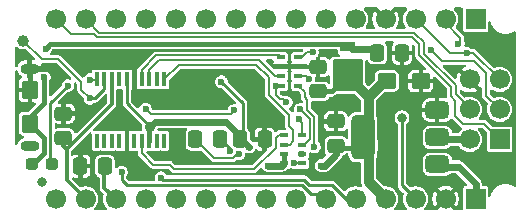
<source format=gbr>
%TF.GenerationSoftware,KiCad,Pcbnew,9.0.1*%
%TF.CreationDate,2025-04-21T22:05:37-04:00*%
%TF.ProjectId,nano_original,6e616e6f-5f6f-4726-9967-696e616c2e6b,rev?*%
%TF.SameCoordinates,Original*%
%TF.FileFunction,Copper,L2,Bot*%
%TF.FilePolarity,Positive*%
%FSLAX46Y46*%
G04 Gerber Fmt 4.6, Leading zero omitted, Abs format (unit mm)*
G04 Created by KiCad (PCBNEW 9.0.1) date 2025-04-21 22:05:37*
%MOMM*%
%LPD*%
G01*
G04 APERTURE LIST*
G04 Aperture macros list*
%AMRoundRect*
0 Rectangle with rounded corners*
0 $1 Rounding radius*
0 $2 $3 $4 $5 $6 $7 $8 $9 X,Y pos of 4 corners*
0 Add a 4 corners polygon primitive as box body*
4,1,4,$2,$3,$4,$5,$6,$7,$8,$9,$2,$3,0*
0 Add four circle primitives for the rounded corners*
1,1,$1+$1,$2,$3*
1,1,$1+$1,$4,$5*
1,1,$1+$1,$6,$7*
1,1,$1+$1,$8,$9*
0 Add four rect primitives between the rounded corners*
20,1,$1+$1,$2,$3,$4,$5,0*
20,1,$1+$1,$4,$5,$6,$7,0*
20,1,$1+$1,$6,$7,$8,$9,0*
20,1,$1+$1,$8,$9,$2,$3,0*%
G04 Aperture macros list end*
%TA.AperFunction,ComponentPad*%
%ADD10C,1.700000*%
%TD*%
%TA.AperFunction,ComponentPad*%
%ADD11R,1.700000X1.700000*%
%TD*%
%TA.AperFunction,SMDPad,CuDef*%
%ADD12RoundRect,0.375000X0.625000X0.375000X-0.625000X0.375000X-0.625000X-0.375000X0.625000X-0.375000X0*%
%TD*%
%TA.AperFunction,SMDPad,CuDef*%
%ADD13RoundRect,0.500000X0.500000X1.400000X-0.500000X1.400000X-0.500000X-1.400000X0.500000X-1.400000X0*%
%TD*%
%TA.AperFunction,SMDPad,CuDef*%
%ADD14RoundRect,0.250000X0.475000X-0.337500X0.475000X0.337500X-0.475000X0.337500X-0.475000X-0.337500X0*%
%TD*%
%TA.AperFunction,SMDPad,CuDef*%
%ADD15RoundRect,0.076200X0.558800X-0.304800X0.558800X0.304800X-0.558800X0.304800X-0.558800X-0.304800X0*%
%TD*%
%TA.AperFunction,SMDPad,CuDef*%
%ADD16RoundRect,0.127000X1.143000X-1.208000X1.143000X1.208000X-1.143000X1.208000X-1.143000X-1.208000X0*%
%TD*%
%TA.AperFunction,HeatsinkPad*%
%ADD17O,1.600000X0.900000*%
%TD*%
%TA.AperFunction,SMDPad,CuDef*%
%ADD18RoundRect,0.250000X0.445000X-0.545000X0.445000X0.545000X-0.445000X0.545000X-0.445000X-0.545000X0*%
%TD*%
%TA.AperFunction,SMDPad,CuDef*%
%ADD19RoundRect,0.250000X0.337500X0.475000X-0.337500X0.475000X-0.337500X-0.475000X0.337500X-0.475000X0*%
%TD*%
%TA.AperFunction,SMDPad,CuDef*%
%ADD20RoundRect,0.250000X-0.337500X-0.475000X0.337500X-0.475000X0.337500X0.475000X-0.337500X0.475000X0*%
%TD*%
%TA.AperFunction,SMDPad,CuDef*%
%ADD21R,0.760000X0.430000*%
%TD*%
%TA.AperFunction,SMDPad,CuDef*%
%ADD22RoundRect,0.237500X0.287500X0.237500X-0.287500X0.237500X-0.287500X-0.237500X0.287500X-0.237500X0*%
%TD*%
%TA.AperFunction,SMDPad,CuDef*%
%ADD23C,1.000000*%
%TD*%
%TA.AperFunction,SMDPad,CuDef*%
%ADD24R,0.400000X1.200000*%
%TD*%
%TA.AperFunction,SMDPad,CuDef*%
%ADD25RoundRect,0.250000X-0.545000X-0.445000X0.545000X-0.445000X0.545000X0.445000X-0.545000X0.445000X0*%
%TD*%
%TA.AperFunction,ViaPad*%
%ADD26C,0.812800*%
%TD*%
%TA.AperFunction,ViaPad*%
%ADD27C,0.800000*%
%TD*%
%TA.AperFunction,ViaPad*%
%ADD28C,0.600000*%
%TD*%
%TA.AperFunction,ViaPad*%
%ADD29C,0.906400*%
%TD*%
%TA.AperFunction,Conductor*%
%ADD30C,0.812800*%
%TD*%
%TA.AperFunction,Conductor*%
%ADD31C,0.200000*%
%TD*%
%TA.AperFunction,Conductor*%
%ADD32C,0.400000*%
%TD*%
%TA.AperFunction,Conductor*%
%ADD33C,0.304800*%
%TD*%
%TA.AperFunction,Conductor*%
%ADD34C,0.250000*%
%TD*%
%TA.AperFunction,Conductor*%
%ADD35C,0.254000*%
%TD*%
%TA.AperFunction,Conductor*%
%ADD36C,0.600000*%
%TD*%
%TA.AperFunction,Conductor*%
%ADD37C,0.609600*%
%TD*%
G04 APERTURE END LIST*
D10*
%TO.P,J2,15,Pin_15*%
%TO.N,/D12{slash}MISO*%
X62980000Y-75390000D03*
%TO.P,J2,14,Pin_14*%
%TO.N,/D11{slash}MOSI*%
X65520000Y-75390000D03*
%TO.P,J2,13,Pin_13*%
%TO.N,/D10*%
X68060000Y-75390000D03*
%TO.P,J2,12,Pin_12*%
%TO.N,/D9*%
X70600000Y-75390000D03*
%TO.P,J2,11,Pin_11*%
%TO.N,/D8*%
X73140000Y-75390000D03*
%TO.P,J2,10,Pin_10*%
%TO.N,/D7*%
X75680000Y-75390000D03*
%TO.P,J2,9,Pin_9*%
%TO.N,/D6*%
X78220000Y-75390000D03*
%TO.P,J2,8,Pin_8*%
%TO.N,/D5*%
X80760000Y-75390000D03*
%TO.P,J2,7,Pin_7*%
%TO.N,/D4*%
X83300000Y-75390000D03*
%TO.P,J2,6,Pin_6*%
%TO.N,/D3*%
X85840000Y-75390000D03*
%TO.P,J2,5,Pin_5*%
%TO.N,/D2*%
X88380000Y-75390000D03*
%TO.P,J2,4,Pin_4*%
%TO.N,GND*%
X90920000Y-75390000D03*
%TO.P,J2,3,Pin_3*%
%TO.N,/RESET*%
X93460000Y-75390000D03*
%TO.P,J2,2,Pin_2*%
%TO.N,/D0{slash}RX*%
X96000000Y-75390000D03*
D11*
%TO.P,J2,1,Pin_1*%
%TO.N,/D1{slash}TX*%
X98540000Y-75390000D03*
%TD*%
%TO.P,J3,1,Pin_1*%
%TO.N,VIN*%
X98540000Y-90630000D03*
D10*
%TO.P,J3,2,Pin_2*%
%TO.N,GND*%
X96000000Y-90630000D03*
%TO.P,J3,3,Pin_3*%
%TO.N,/RESET*%
X93460000Y-90630000D03*
%TO.P,J3,4,Pin_4*%
%TO.N,+5V*%
X90920000Y-90630000D03*
%TO.P,J3,5,Pin_5*%
%TO.N,/A7*%
X88380000Y-90630000D03*
%TO.P,J3,6,Pin_6*%
%TO.N,/A6*%
X85840000Y-90630000D03*
%TO.P,J3,7,Pin_7*%
%TO.N,/A5*%
X83300000Y-90630000D03*
%TO.P,J3,8,Pin_8*%
%TO.N,/A4*%
X80760000Y-90630000D03*
%TO.P,J3,9,Pin_9*%
%TO.N,/A3*%
X78220000Y-90630000D03*
%TO.P,J3,10,Pin_10*%
%TO.N,/A2*%
X75680000Y-90630000D03*
%TO.P,J3,11,Pin_11*%
%TO.N,/A1*%
X73140000Y-90630000D03*
%TO.P,J3,12,Pin_12*%
%TO.N,/A0*%
X70600000Y-90630000D03*
%TO.P,J3,13,Pin_13*%
%TO.N,/AREF*%
X68060000Y-90630000D03*
%TO.P,J3,14,Pin_14*%
%TO.N,+3.3V*%
X65520000Y-90630000D03*
%TO.P,J3,15,Pin_15*%
%TO.N,/D13{slash}SCK*%
X62980000Y-90630000D03*
%TD*%
D12*
%TO.P,U1,3,VI*%
%TO.N,VIN*%
X95300000Y-87700000D03*
D13*
%TO.P,U1,2,VO*%
%TO.N,+5V*%
X89000000Y-85400000D03*
D12*
X95300000Y-85400000D03*
%TO.P,U1,1,GND*%
%TO.N,GND*%
X95300000Y-83100000D03*
%TD*%
D14*
%TO.P,C1,1*%
%TO.N,+5V*%
X86725000Y-86125000D03*
%TO.P,C1,2*%
%TO.N,GND*%
X86725000Y-84050000D03*
%TD*%
D15*
%TO.P,D2,2,A*%
%TO.N,VUSB*%
X87725000Y-77799000D03*
D16*
%TO.P,D2,1,K*%
%TO.N,+5V*%
X87725000Y-80150000D03*
%TD*%
D11*
%TO.P,J4,1,Pin_1*%
%TO.N,/D12{slash}MISO*%
X100575000Y-85590000D03*
D10*
%TO.P,J4,2,Pin_2*%
%TO.N,+5V*%
X98035000Y-85590000D03*
%TO.P,J4,3,Pin_3*%
%TO.N,/D13{slash}SCK*%
X100575000Y-83050000D03*
%TO.P,J4,4,Pin_4*%
%TO.N,/D11{slash}MOSI*%
X98035000Y-83050000D03*
%TO.P,J4,5,Pin_5*%
%TO.N,/RESET*%
X100575000Y-80510000D03*
%TO.P,J4,6,Pin_6*%
%TO.N,GND*%
X98035000Y-80510000D03*
%TD*%
D17*
%TO.P,J1,6,Shield*%
%TO.N,GND*%
X60790000Y-79585000D03*
X60790000Y-86185000D03*
%TD*%
D18*
%TO.P,C5,1*%
%TO.N,VUSB*%
X60800000Y-84275000D03*
%TO.P,C5,2*%
%TO.N,GND*%
X60800000Y-81395000D03*
%TD*%
D19*
%TO.P,C8,1*%
%TO.N,/AREF*%
X67162500Y-87850000D03*
%TO.P,C8,2*%
%TO.N,GND*%
X65087500Y-87850000D03*
%TD*%
D20*
%TO.P,C7,1*%
%TO.N,+5V*%
X78600000Y-85575000D03*
%TO.P,C7,2*%
%TO.N,GND*%
X80675000Y-85575000D03*
%TD*%
D21*
%TO.P,RN1,1,R1.1*%
%TO.N,/D0{slash}RX*%
X83820000Y-85225000D03*
%TO.P,RN1,2,R2.1*%
%TO.N,/D1{slash}TX*%
X83820000Y-86025000D03*
%TO.P,RN1,3,R3.1*%
%TO.N,Net-(D1-A)*%
X83820000Y-86825000D03*
%TO.P,RN1,4,R4.1*%
%TO.N,/RESET*%
X83820000Y-87625000D03*
%TO.P,RN1,5,R4.2*%
%TO.N,+5V*%
X82300000Y-87625000D03*
%TO.P,RN1,6,R3.2*%
X82300000Y-86825000D03*
%TO.P,RN1,7,R2.2*%
%TO.N,/TX*%
X82300000Y-86025000D03*
%TO.P,RN1,8,R1.2*%
%TO.N,/RX*%
X82300000Y-85225000D03*
%TD*%
D22*
%TO.P,F1,1*%
%TO.N,Net-(J1-VBUS)*%
X62715000Y-87685000D03*
%TO.P,F1,2*%
%TO.N,VUSB*%
X60965000Y-87685000D03*
%TD*%
D19*
%TO.P,C9,1*%
%TO.N,Net-(U3-~{RESET}{slash}PC6)*%
X76900000Y-85575000D03*
%TO.P,C9,2*%
%TO.N,/RESET*%
X74825000Y-85575000D03*
%TD*%
D21*
%TO.P,RN2,1,R1.1*%
%TO.N,/D13{slash}SCK*%
X82030000Y-81025000D03*
%TO.P,RN2,2,R2.1*%
%TO.N,Net-(RN2B-R2.1)*%
X82030000Y-80225000D03*
%TO.P,RN2,3,R3.1*%
%TO.N,GND*%
X82030000Y-79425000D03*
%TO.P,RN2,4,R4.1*%
%TO.N,Net-(RN2D-R4.1)*%
X82030000Y-78625000D03*
%TO.P,RN2,5,R4.2*%
%TO.N,Net-(D4-K)*%
X83550000Y-78625000D03*
%TO.P,RN2,6,R3.2*%
%TO.N,GND*%
X83550000Y-79425000D03*
%TO.P,RN2,7,R2.2*%
%TO.N,Net-(D3-K)*%
X83550000Y-80225000D03*
%TO.P,RN2,8,R1.2*%
%TO.N,Net-(D5-A)*%
X83550000Y-81025000D03*
%TD*%
D14*
%TO.P,C2,1*%
%TO.N,+3.3V*%
X63650000Y-85475000D03*
%TO.P,C2,2*%
%TO.N,GND*%
X63650000Y-83400000D03*
%TD*%
D23*
%TO.P,TP1,1,1*%
%TO.N,Net-(J1-D+)*%
X60225000Y-77225000D03*
%TD*%
D14*
%TO.P,C4,1*%
%TO.N,+5V*%
X85225000Y-81525000D03*
%TO.P,C4,2*%
%TO.N,GND*%
X85225000Y-79450000D03*
%TD*%
D20*
%TO.P,C6,1*%
%TO.N,VUSB*%
X90225000Y-78275000D03*
%TO.P,C6,2*%
%TO.N,GND*%
X92300000Y-78275000D03*
%TD*%
D24*
%TO.P,U2,1,~{DTR}*%
%TO.N,unconnected-(U2-~{DTR}-Pad1)*%
X72190000Y-85700000D03*
%TO.P,U2,2,~{RTS}*%
%TO.N,unconnected-(U2-~{RTS}-Pad2)*%
X71555000Y-85700000D03*
%TO.P,U2,3,VCCIO*%
%TO.N,+5V*%
X70920000Y-85700000D03*
%TO.P,U2,4,RXD*%
%TO.N,/RX*%
X70285000Y-85700000D03*
%TO.P,U2,5,~{RI}*%
%TO.N,unconnected-(U2-~{RI}-Pad5)*%
X69650000Y-85700000D03*
%TO.P,U2,6,GND*%
%TO.N,GND*%
X69015000Y-85700000D03*
%TO.P,U2,7,~{DSR}*%
%TO.N,unconnected-(U2-~{DSR}-Pad7)*%
X68380000Y-85700000D03*
%TO.P,U2,8,~{DCD}*%
%TO.N,unconnected-(U2-~{DCD}-Pad8)*%
X67745000Y-85700000D03*
%TO.P,U2,9,~{CTS}*%
%TO.N,unconnected-(U2-~{CTS}-Pad9)*%
X67110000Y-85700000D03*
%TO.P,U2,10,CBUS2*%
%TO.N,unconnected-(U2-CBUS2-Pad10)*%
X66475000Y-85700000D03*
%TO.P,U2,11,USBDP*%
%TO.N,Net-(J1-D-)*%
X66475000Y-80500000D03*
%TO.P,U2,12,USBDM*%
%TO.N,Net-(J1-D+)*%
X67110000Y-80500000D03*
%TO.P,U2,13,3V3OUT*%
%TO.N,+3.3V*%
X67745000Y-80500000D03*
%TO.P,U2,14,~{RESET}*%
%TO.N,unconnected-(U2-~{RESET}-Pad14)*%
X68380000Y-80500000D03*
%TO.P,U2,15,VCC*%
%TO.N,+5V*%
X69015000Y-80500000D03*
%TO.P,U2,16,GND*%
%TO.N,GND*%
X69650000Y-80500000D03*
%TO.P,U2,17,CBUS1*%
%TO.N,Net-(RN2D-R4.1)*%
X70285000Y-80500000D03*
%TO.P,U2,18,CBUS0*%
%TO.N,Net-(RN2B-R2.1)*%
X70920000Y-80500000D03*
%TO.P,U2,19,CBUS3*%
%TO.N,unconnected-(U2-CBUS3-Pad19)*%
X71555000Y-80500000D03*
%TO.P,U2,20,TXD*%
%TO.N,/TX*%
X72190000Y-80500000D03*
%TD*%
D25*
%TO.P,C3,1*%
%TO.N,+5V*%
X91025000Y-80650000D03*
%TO.P,C3,2*%
%TO.N,GND*%
X93905000Y-80650000D03*
%TD*%
D26*
%TO.N,*%
X61862400Y-89182200D03*
D27*
%TO.N,/RESET*%
X92315707Y-83747377D03*
D28*
X97788084Y-78275000D03*
X78493651Y-86800000D03*
X83180002Y-87550000D03*
%TO.N,+5V*%
X89500000Y-82000000D03*
X85450000Y-87800000D03*
X79375000Y-86225000D03*
X77029778Y-80698703D03*
X80949265Y-87799265D03*
D29*
X70972500Y-84497500D03*
D28*
%TO.N,VUSB*%
X62133600Y-77900000D03*
X62040210Y-80285000D03*
%TO.N,/A7*%
X71906644Y-88823000D03*
%TO.N,/D1{slash}TX*%
X83675000Y-83050000D03*
%TO.N,/D0{slash}RX*%
X97086765Y-77486765D03*
X83625985Y-83861312D03*
%TO.N,/A6*%
X68572001Y-88350000D03*
%TO.N,/D13{slash}SCK*%
X70600000Y-83000000D03*
X94797885Y-78052115D03*
X78100735Y-83124265D03*
X82528215Y-82446785D03*
X81630180Y-81025000D03*
%TO.N,GND*%
X93400000Y-85125000D03*
X79150000Y-79950000D03*
X100250000Y-77725000D03*
X67250000Y-78950000D03*
X91400000Y-85225000D03*
X79800000Y-82900000D03*
X67975000Y-83825000D03*
X71573000Y-86826577D03*
X101000000Y-87850000D03*
X83300000Y-81846785D03*
X63240000Y-79685000D03*
X74664000Y-82825000D03*
X88299999Y-87979566D03*
X65150000Y-83775000D03*
X69800000Y-81750000D03*
X91150000Y-88000000D03*
X70325000Y-88375000D03*
X78038235Y-80561765D03*
X96775000Y-79700000D03*
X93300000Y-87850000D03*
%TO.N,Net-(D1-A)*%
X83820000Y-86825000D03*
%TO.N,Net-(D3-K)*%
X84424998Y-80474998D03*
%TO.N,Net-(D4-K)*%
X84745000Y-78225000D03*
%TO.N,Net-(J1-VBUS)*%
X64016182Y-81028685D03*
%TO.N,Net-(J1-D+)*%
X65890000Y-82110000D03*
%TO.N,Net-(U3-~{RESET}{slash}PC6)*%
X77712638Y-86566960D03*
%TO.N,Net-(J1-D-)*%
X65858080Y-80516920D03*
%TO.N,Net-(D5-A)*%
X84901000Y-86225000D03*
%TD*%
D30*
%TO.N,+5V*%
X90850000Y-80650000D02*
X91025000Y-80650000D01*
X89500000Y-82000000D02*
X90850000Y-80650000D01*
D31*
%TO.N,Net-(D5-A)*%
X84075000Y-82025000D02*
X84075000Y-81550000D01*
X84275000Y-82225000D02*
X84075000Y-82025000D01*
X84075000Y-81550000D02*
X83550000Y-81025000D01*
X84275000Y-82800057D02*
X84275000Y-82225000D01*
X84276000Y-82801057D02*
X84275000Y-82800057D01*
X84276000Y-83083900D02*
X84276000Y-82801057D01*
X84901000Y-83708900D02*
X84276000Y-83083900D01*
X84901000Y-86225000D02*
X84901000Y-83708900D01*
D32*
%TO.N,+5V*%
X86350000Y-81525000D02*
X85225000Y-81525000D01*
X87725000Y-80150000D02*
X86350000Y-81525000D01*
D31*
%TO.N,Net-(D4-K)*%
X84745000Y-78225000D02*
X84250000Y-78225000D01*
X83850000Y-78625000D02*
X83550000Y-78625000D01*
X84250000Y-78225000D02*
X83850000Y-78625000D01*
%TO.N,Net-(D3-K)*%
X84175000Y-80225000D02*
X83550000Y-80225000D01*
X84424998Y-80474998D02*
X84175000Y-80225000D01*
D33*
%TO.N,/AREF*%
X67094000Y-89664000D02*
X68060000Y-90630000D01*
X67094000Y-87918500D02*
X67094000Y-89664000D01*
X67162500Y-87850000D02*
X67094000Y-87918500D01*
X67162500Y-88212500D02*
X67162500Y-87850000D01*
X67100000Y-88275000D02*
X67162500Y-88212500D01*
D31*
%TO.N,/RESET*%
X97788084Y-78275000D02*
X96345000Y-78275000D01*
X76425000Y-87175000D02*
X74825000Y-85575000D01*
X78493651Y-86800000D02*
X78350000Y-86800000D01*
X83180002Y-87550000D02*
X83745000Y-87550000D01*
X98340000Y-78275000D02*
X100575000Y-80510000D01*
D34*
X92315000Y-83748084D02*
X92315000Y-89485000D01*
D31*
X96345000Y-78275000D02*
X93460000Y-75390000D01*
D34*
X92315000Y-89485000D02*
X93460000Y-90630000D01*
X92315707Y-83747377D02*
X92315000Y-83748084D01*
D31*
X97788084Y-78275000D02*
X98340000Y-78275000D01*
X78350000Y-86800000D02*
X77975000Y-87175000D01*
D34*
X92315707Y-83747377D02*
X92315000Y-83746670D01*
D31*
X77975000Y-87175000D02*
X76425000Y-87175000D01*
X83745000Y-87550000D02*
X83820000Y-87625000D01*
%TO.N,/RX*%
X79825000Y-88075000D02*
X73000000Y-88075000D01*
X72650000Y-87725000D02*
X71250000Y-87725000D01*
X81619000Y-86281000D02*
X79825000Y-88075000D01*
X81619000Y-85481000D02*
X81619000Y-86281000D01*
X81875000Y-85225000D02*
X81619000Y-85481000D01*
X73000000Y-88075000D02*
X72650000Y-87725000D01*
X70285000Y-86760000D02*
X70285000Y-85700000D01*
X82300000Y-85225000D02*
X81875000Y-85225000D01*
X71250000Y-87725000D02*
X70285000Y-86760000D01*
D35*
%TO.N,+5V*%
X70972500Y-84497500D02*
X69015000Y-82540000D01*
D36*
X80949265Y-87799265D02*
X82125735Y-87799265D01*
D30*
X89500000Y-89210000D02*
X90920000Y-90630000D01*
D35*
X78875000Y-85300000D02*
X78600000Y-85575000D01*
D30*
X89625000Y-86325000D02*
X89625000Y-85725000D01*
X88213400Y-80749400D02*
X87745000Y-80281000D01*
D37*
X78725000Y-85375000D02*
X77425000Y-84075000D01*
D36*
X82125735Y-87799265D02*
X82300000Y-87625000D01*
D35*
X69015000Y-82540000D02*
X69015000Y-80500000D01*
D37*
X79375000Y-86225000D02*
X78725000Y-85575000D01*
D30*
X89500000Y-85600000D02*
X89500000Y-82034500D01*
X89625000Y-85725000D02*
X89500000Y-85600000D01*
D37*
X71395000Y-84075000D02*
X70972500Y-84497500D01*
D32*
X70920000Y-85700000D02*
X70920000Y-84550000D01*
D37*
X77425000Y-84075000D02*
X71395000Y-84075000D01*
D32*
X70920000Y-84550000D02*
X70972500Y-84497500D01*
D37*
X78725000Y-85575000D02*
X78725000Y-85375000D01*
D30*
X89500000Y-86550000D02*
X89500000Y-89210000D01*
D32*
X82300000Y-87625000D02*
X82300000Y-86825000D01*
D35*
X78875000Y-82543925D02*
X78875000Y-85300000D01*
X77029778Y-80698703D02*
X78875000Y-82543925D01*
D30*
X89500000Y-82034500D02*
X89500000Y-82000000D01*
X89625000Y-86425000D02*
X89500000Y-86550000D01*
X89500000Y-82034500D02*
X87745000Y-80279500D01*
X89625000Y-86325000D02*
X89625000Y-86425000D01*
D32*
X86725000Y-81150000D02*
X87725000Y-80150000D01*
%TO.N,VUSB*%
X60800000Y-83725000D02*
X60800000Y-84275000D01*
X61040000Y-87685000D02*
X62000000Y-86725000D01*
X87396000Y-77470000D02*
X87725000Y-77799000D01*
X62000000Y-86725000D02*
X62000000Y-85492000D01*
X62000000Y-85492000D02*
X60800000Y-84292000D01*
X62133600Y-77891400D02*
X62555000Y-77470000D01*
X60800000Y-84292000D02*
X60800000Y-84275000D01*
X62024000Y-82501000D02*
X60800000Y-83725000D01*
X62024000Y-80301210D02*
X62024000Y-82501000D01*
D37*
X90225000Y-78275000D02*
X89881000Y-77931000D01*
X89881000Y-77931000D02*
X88083500Y-77931000D01*
D32*
X62555000Y-77470000D02*
X87396000Y-77470000D01*
X62040210Y-80285000D02*
X62024000Y-80301210D01*
D31*
%TO.N,/TX*%
X81029180Y-80329180D02*
X79977000Y-79277000D01*
X81029180Y-81796280D02*
X81029180Y-80329180D01*
X82770254Y-84470254D02*
X82770254Y-83537354D01*
X82825000Y-86025000D02*
X83100000Y-85750000D01*
X79977000Y-79277000D02*
X73413000Y-79277000D01*
X83100000Y-85750000D02*
X83100000Y-84800000D01*
X82770254Y-83537354D02*
X81029180Y-81796280D01*
X83100000Y-84800000D02*
X82770254Y-84470254D01*
X82300000Y-86025000D02*
X82825000Y-86025000D01*
X73413000Y-79277000D02*
X72190000Y-80500000D01*
D35*
%TO.N,/A7*%
X71906644Y-88823000D02*
X71906644Y-88830644D01*
X84038468Y-88995000D02*
X84468468Y-89425000D01*
X84468468Y-89425000D02*
X86375000Y-89425000D01*
X72071000Y-88995000D02*
X84038468Y-88995000D01*
X87580000Y-90630000D02*
X88380000Y-90630000D01*
X71906644Y-88830644D02*
X72071000Y-88995000D01*
X86375000Y-89425000D02*
X87580000Y-90630000D01*
D31*
%TO.N,/D1{slash}TX*%
X83675000Y-83050000D02*
X84500000Y-83875000D01*
X84050000Y-86025000D02*
X83820000Y-86025000D01*
X84500000Y-83875000D02*
X84500000Y-85575000D01*
X84500000Y-85575000D02*
X84050000Y-86025000D01*
%TO.N,/D0{slash}RX*%
X83625985Y-83970985D02*
X83820000Y-84165000D01*
X83820000Y-84165000D02*
X83820000Y-85225000D01*
X97245856Y-77327674D02*
X97245856Y-77016856D01*
X96000000Y-75771000D02*
X96000000Y-75390000D01*
X83625985Y-83861312D02*
X83625985Y-83970985D01*
X97086765Y-77486765D02*
X97245856Y-77327674D01*
X97245856Y-77016856D02*
X96000000Y-75771000D01*
D35*
%TO.N,/A6*%
X84649000Y-90249000D02*
X85459000Y-90249000D01*
X83850000Y-89450000D02*
X84649000Y-90249000D01*
X85459000Y-90249000D02*
X85840000Y-90630000D01*
X69025000Y-89450000D02*
X83850000Y-89450000D01*
X68572001Y-88297001D02*
X68572001Y-88350000D01*
X68572001Y-88997001D02*
X69025000Y-89450000D01*
X68572001Y-88350000D02*
X68572001Y-88997001D01*
D31*
%TO.N,/D11{slash}MOSI*%
X98035000Y-82960000D02*
X98035000Y-83050000D01*
X94196885Y-77371885D02*
X94196885Y-78322013D01*
X96857000Y-80982128D02*
X96857000Y-81782000D01*
X66671000Y-76541000D02*
X93366000Y-76541000D01*
X94196885Y-78322013D02*
X96857000Y-80982128D01*
X65520000Y-75390000D02*
X66671000Y-76541000D01*
X93366000Y-76541000D02*
X94196885Y-77371885D01*
X96857000Y-81782000D02*
X98035000Y-82960000D01*
%TO.N,/D13{slash}SCK*%
X95670770Y-78925000D02*
X98422900Y-78925000D01*
X82528215Y-82446785D02*
X82281430Y-82200000D01*
X81630180Y-81025000D02*
X82030000Y-81025000D01*
X94797885Y-78052115D02*
X95670770Y-78925000D01*
X81630180Y-81830180D02*
X81630180Y-81025000D01*
X78100735Y-83124265D02*
X77800000Y-83425000D01*
X99424000Y-79926100D02*
X99424000Y-81899000D01*
X71025000Y-83425000D02*
X70600000Y-83000000D01*
X77800000Y-83425000D02*
X71025000Y-83425000D01*
X82000000Y-82200000D02*
X81630180Y-81830180D01*
X99424000Y-81899000D02*
X100575000Y-83050000D01*
X98422900Y-78925000D02*
X99424000Y-79926100D01*
X82281430Y-82200000D02*
X82000000Y-82200000D01*
%TO.N,/D12{slash}MISO*%
X93768885Y-78461113D02*
X96456000Y-81148228D01*
X66262900Y-76700000D02*
X66504900Y-76942000D01*
X64290000Y-76700000D02*
X66262900Y-76700000D01*
X96825000Y-82317100D02*
X96825000Y-83625000D01*
X62980000Y-75390000D02*
X64290000Y-76700000D01*
X93161716Y-76942000D02*
X93768885Y-77549169D01*
X99260000Y-84275000D02*
X100575000Y-85590000D01*
X66504900Y-76942000D02*
X93161716Y-76942000D01*
X96456000Y-81948100D02*
X96825000Y-82317100D01*
X93768885Y-77549169D02*
X93768885Y-78461113D01*
X96825000Y-83625000D02*
X97475000Y-84275000D01*
X97475000Y-84275000D02*
X99260000Y-84275000D01*
X96456000Y-81148228D02*
X96456000Y-81948100D01*
D32*
%TO.N,GND*%
X63140000Y-79585000D02*
X63240000Y-79685000D01*
X60790000Y-79585000D02*
X63140000Y-79585000D01*
X60800000Y-79595000D02*
X60790000Y-79585000D01*
X60800000Y-81395000D02*
X60800000Y-79595000D01*
D31*
X78650000Y-79950000D02*
X78038235Y-80561765D01*
X79150000Y-79950000D02*
X78650000Y-79950000D01*
D33*
%TO.N,+3.3V*%
X63925000Y-86406250D02*
X63925000Y-86400000D01*
X65520000Y-90615000D02*
X65520000Y-90630000D01*
X63925000Y-86406250D02*
X63925000Y-89020000D01*
X63650000Y-86125000D02*
X63650000Y-85475000D01*
X63925000Y-89020000D02*
X65520000Y-90615000D01*
X67745000Y-82586250D02*
X63925000Y-86406250D01*
X67745000Y-80500000D02*
X67745000Y-82586250D01*
X63925000Y-86400000D02*
X63650000Y-86125000D01*
D34*
%TO.N,Net-(J1-VBUS)*%
X64016182Y-81028685D02*
X62550000Y-82494867D01*
X62550000Y-87520000D02*
X62715000Y-87685000D01*
X62550000Y-82494867D02*
X62550000Y-87520000D01*
%TO.N,Net-(J1-D+)*%
X65890000Y-82110000D02*
X66317000Y-82110000D01*
D31*
X61800000Y-78800000D02*
X63204943Y-78800000D01*
D34*
X67110000Y-81317000D02*
X67110000Y-80500000D01*
D31*
X63204943Y-78800000D02*
X65161599Y-80756656D01*
X65161599Y-80756656D02*
X65161599Y-81400877D01*
D34*
X66317000Y-82110000D02*
X67110000Y-81317000D01*
D31*
X65161599Y-81400877D02*
X65870722Y-82110000D01*
X60225000Y-77225000D02*
X61800000Y-78800000D01*
D34*
X65894700Y-82110000D02*
X65890000Y-82110000D01*
D31*
X65870722Y-82110000D02*
X65894700Y-82110000D01*
%TO.N,Net-(RN2D-R4.1)*%
X70285000Y-80500000D02*
X70285000Y-79700000D01*
X81880000Y-78475000D02*
X82030000Y-78625000D01*
X71510000Y-78475000D02*
X81880000Y-78475000D01*
X70285000Y-79700000D02*
X71510000Y-78475000D01*
%TO.N,Net-(RN2B-R2.1)*%
X71744000Y-78876000D02*
X80220000Y-78876000D01*
X81569000Y-80225000D02*
X82030000Y-80225000D01*
X70920000Y-80500000D02*
X70920000Y-79700000D01*
X80220000Y-78876000D02*
X81569000Y-80225000D01*
X70920000Y-79700000D02*
X71744000Y-78876000D01*
D34*
%TO.N,Net-(U3-~{RESET}{slash}PC6)*%
X77712638Y-86566960D02*
X77712638Y-86321652D01*
X77686500Y-86295514D02*
X77686500Y-86286500D01*
X77686500Y-86286500D02*
X76975000Y-85575000D01*
X77712638Y-86321652D02*
X77686500Y-86295514D01*
D31*
%TO.N,Net-(J1-D-)*%
X65858080Y-80516920D02*
X66458080Y-80516920D01*
X66458080Y-80516920D02*
X66475000Y-80500000D01*
D36*
%TO.N,VIN*%
X98540000Y-89340000D02*
X98540000Y-90630000D01*
X97100000Y-87900000D02*
X98540000Y-89340000D01*
X95325000Y-87900000D02*
X97100000Y-87900000D01*
D37*
%TO.N,+5V*%
X95335000Y-85590000D02*
X95325000Y-85600000D01*
X98035000Y-85590000D02*
X95335000Y-85590000D01*
D32*
X88350000Y-86275000D02*
X89025000Y-85600000D01*
X86775000Y-86325000D02*
X86725000Y-86275000D01*
D36*
X86725000Y-86850000D02*
X86725000Y-86275000D01*
X85450000Y-87800000D02*
X85775000Y-87800000D01*
X85775000Y-87800000D02*
X86725000Y-86850000D01*
D32*
X86725000Y-86275000D02*
X88350000Y-86275000D01*
%TD*%
%TA.AperFunction,Conductor*%
%TO.N,GND*%
G36*
X68606855Y-81347086D02*
G01*
X68648661Y-81395333D01*
X68658900Y-81442400D01*
X68658900Y-82586881D01*
X68683167Y-82677450D01*
X68730048Y-82758649D01*
X68730050Y-82758652D01*
X70265875Y-84294477D01*
X70296471Y-84350508D01*
X70296884Y-84396693D01*
X70290200Y-84430298D01*
X70290200Y-84564702D01*
X70316421Y-84696520D01*
X70323762Y-84714242D01*
X70330586Y-84777717D01*
X70302010Y-84834805D01*
X70247106Y-84867381D01*
X70219086Y-84870900D01*
X70062431Y-84870900D01*
X69989603Y-84885387D01*
X69945397Y-84885387D01*
X69872568Y-84870900D01*
X69872562Y-84870900D01*
X69427438Y-84870900D01*
X69427435Y-84870900D01*
X69427429Y-84870901D01*
X69397851Y-84876784D01*
X69334264Y-84871093D01*
X69315834Y-84861453D01*
X69314106Y-84860737D01*
X69240020Y-84846000D01*
X69205500Y-84846000D01*
X69205500Y-86553999D01*
X69240017Y-86553999D01*
X69314106Y-86539262D01*
X69324418Y-86534992D01*
X69324969Y-86536324D01*
X69373714Y-86521056D01*
X69397850Y-86523214D01*
X69427438Y-86529100D01*
X69427441Y-86529100D01*
X69842600Y-86529100D01*
X69903855Y-86547086D01*
X69945661Y-86595333D01*
X69955900Y-86642400D01*
X69955900Y-86803327D01*
X69978327Y-86887029D01*
X69990608Y-86908300D01*
X70021654Y-86962072D01*
X71047928Y-87988346D01*
X71122972Y-88031673D01*
X71206673Y-88054100D01*
X71293327Y-88054100D01*
X72466752Y-88054100D01*
X72528007Y-88072086D01*
X72546867Y-88087285D01*
X72797928Y-88338346D01*
X72854178Y-88370822D01*
X72869483Y-88379659D01*
X72872972Y-88381673D01*
X72956673Y-88404100D01*
X79868327Y-88404100D01*
X79952028Y-88381673D01*
X80027072Y-88338346D01*
X80317301Y-88048115D01*
X80373330Y-88017521D01*
X80437008Y-88022075D01*
X80488115Y-88060334D01*
X80495533Y-88071579D01*
X80525879Y-88124140D01*
X80624390Y-88222651D01*
X80675683Y-88252265D01*
X80745036Y-88292306D01*
X80745037Y-88292306D01*
X80745040Y-88292308D01*
X80879608Y-88328365D01*
X82195392Y-88328365D01*
X82195393Y-88328365D01*
X82329960Y-88292308D01*
X82350684Y-88280343D01*
X82450610Y-88222651D01*
X82549121Y-88124140D01*
X82549121Y-88124138D01*
X82558445Y-88114815D01*
X82558448Y-88114810D01*
X82570977Y-88102281D01*
X82627010Y-88071688D01*
X82651089Y-88069100D01*
X82702559Y-88069100D01*
X82702562Y-88069100D01*
X82769390Y-88055807D01*
X82816727Y-88024178D01*
X82877651Y-88005102D01*
X82936322Y-88020263D01*
X82975777Y-88043043D01*
X83110345Y-88079100D01*
X83249657Y-88079100D01*
X83249659Y-88079100D01*
X83317047Y-88061042D01*
X83368467Y-88059359D01*
X83417438Y-88069100D01*
X83417441Y-88069100D01*
X84222559Y-88069100D01*
X84222562Y-88069100D01*
X84289390Y-88055807D01*
X84365172Y-88005172D01*
X84415807Y-87929390D01*
X84429100Y-87862562D01*
X84429100Y-87387438D01*
X84415807Y-87320610D01*
X84393980Y-87287944D01*
X84374905Y-87227022D01*
X84391795Y-87165456D01*
X84393981Y-87162055D01*
X84396343Y-87158520D01*
X84415807Y-87129390D01*
X84429100Y-87062562D01*
X84429100Y-86759742D01*
X84447086Y-86698487D01*
X84495333Y-86656681D01*
X84558524Y-86647595D01*
X84599050Y-86661622D01*
X84672625Y-86704100D01*
X84696775Y-86718043D01*
X84831343Y-86754100D01*
X84970656Y-86754100D01*
X84970657Y-86754100D01*
X85105225Y-86718043D01*
X85225875Y-86648386D01*
X85324386Y-86549875D01*
X85394043Y-86429225D01*
X85430100Y-86294657D01*
X85430100Y-86155343D01*
X85427243Y-86144682D01*
X85414153Y-86095826D01*
X85394043Y-86020775D01*
X85393967Y-86020644D01*
X85337711Y-85923205D01*
X85324386Y-85900125D01*
X85263285Y-85839024D01*
X85232689Y-85782993D01*
X85230100Y-85758909D01*
X85230100Y-84435709D01*
X85746001Y-84435709D01*
X85752451Y-84495726D01*
X85752453Y-84495735D01*
X85803101Y-84631525D01*
X85803104Y-84631530D01*
X85889952Y-84747546D01*
X85889953Y-84747547D01*
X86005969Y-84834395D01*
X86005975Y-84834398D01*
X86141763Y-84885046D01*
X86201792Y-84891499D01*
X86534499Y-84891499D01*
X86534500Y-84891498D01*
X86534500Y-84240500D01*
X85746001Y-84240500D01*
X85746001Y-84435709D01*
X85230100Y-84435709D01*
X85230100Y-83680158D01*
X85230100Y-83665573D01*
X85229757Y-83664292D01*
X85746000Y-83664292D01*
X85746000Y-83859500D01*
X86534500Y-83859500D01*
X86534500Y-83208500D01*
X86201790Y-83208500D01*
X86141773Y-83214951D01*
X86141764Y-83214953D01*
X86005974Y-83265601D01*
X86005969Y-83265604D01*
X85889953Y-83352452D01*
X85889952Y-83352453D01*
X85803104Y-83468469D01*
X85803101Y-83468475D01*
X85752453Y-83604263D01*
X85746000Y-83664292D01*
X85229757Y-83664292D01*
X85227827Y-83657087D01*
X85207673Y-83581871D01*
X85185255Y-83543043D01*
X85164346Y-83506828D01*
X85103072Y-83445554D01*
X85099120Y-83441602D01*
X85099109Y-83441592D01*
X84638285Y-82980767D01*
X84625011Y-82956458D01*
X84609894Y-82933260D01*
X84608991Y-82927121D01*
X84607689Y-82924736D01*
X84605102Y-82901369D01*
X84605100Y-82901053D01*
X84605100Y-82757730D01*
X84604170Y-82754260D01*
X84604102Y-82743426D01*
X84604138Y-82743298D01*
X84604100Y-82742709D01*
X84604100Y-82454900D01*
X84622086Y-82393645D01*
X84670333Y-82351839D01*
X84717400Y-82341600D01*
X85745823Y-82341600D01*
X85745826Y-82341600D01*
X85802887Y-82335465D01*
X85931969Y-82287320D01*
X85931969Y-82287319D01*
X85931971Y-82287319D01*
X86008476Y-82230048D01*
X86042259Y-82204759D01*
X86111304Y-82112525D01*
X86124819Y-82094471D01*
X86124822Y-82094465D01*
X86149685Y-82027806D01*
X86161809Y-82011609D01*
X86170215Y-81993204D01*
X86180568Y-81986550D01*
X86187943Y-81976699D01*
X86206897Y-81969629D01*
X86223921Y-81958689D01*
X86243949Y-81955809D01*
X86247758Y-81954389D01*
X86255841Y-81954100D01*
X86286552Y-81954100D01*
X86286568Y-81954101D01*
X86293508Y-81954101D01*
X86406491Y-81954101D01*
X86406492Y-81954101D01*
X86495156Y-81930343D01*
X86515627Y-81924858D01*
X86613474Y-81868366D01*
X86693366Y-81788474D01*
X86693366Y-81788472D01*
X86702689Y-81779150D01*
X86702693Y-81779144D01*
X86734555Y-81747283D01*
X86790587Y-81716688D01*
X86814669Y-81714099D01*
X88233936Y-81714099D01*
X88295191Y-81732085D01*
X88314051Y-81747284D01*
X88831315Y-82264548D01*
X88861911Y-82320579D01*
X88864500Y-82344663D01*
X88864500Y-83157600D01*
X88846514Y-83218855D01*
X88798267Y-83260661D01*
X88751200Y-83270900D01*
X88451422Y-83270900D01*
X88451403Y-83270901D01*
X88351567Y-83281100D01*
X88351556Y-83281103D01*
X88189776Y-83334710D01*
X88124659Y-83374875D01*
X88050991Y-83420314D01*
X88044705Y-83424191D01*
X87924191Y-83544705D01*
X87924189Y-83544708D01*
X87890733Y-83598948D01*
X87843267Y-83641640D01*
X87780255Y-83651893D01*
X87721703Y-83626451D01*
X87688146Y-83579062D01*
X87646898Y-83468474D01*
X87646895Y-83468469D01*
X87560047Y-83352453D01*
X87560046Y-83352452D01*
X87444030Y-83265604D01*
X87444024Y-83265601D01*
X87308236Y-83214953D01*
X87248208Y-83208500D01*
X86915500Y-83208500D01*
X86915500Y-84891499D01*
X87248210Y-84891499D01*
X87308226Y-84885048D01*
X87308235Y-84885046D01*
X87444025Y-84834398D01*
X87444030Y-84834395D01*
X87560045Y-84747548D01*
X87566897Y-84738395D01*
X87618003Y-84700136D01*
X87681680Y-84695580D01*
X87737713Y-84726173D01*
X87768310Y-84782204D01*
X87770900Y-84806291D01*
X87770900Y-85410259D01*
X87752914Y-85471514D01*
X87704667Y-85513320D01*
X87641476Y-85522406D01*
X87583404Y-85495885D01*
X87566900Y-85478158D01*
X87542259Y-85445241D01*
X87542258Y-85445240D01*
X87431971Y-85362680D01*
X87343809Y-85329798D01*
X87302887Y-85314535D01*
X87245826Y-85308400D01*
X86204174Y-85308400D01*
X86147113Y-85314535D01*
X86018028Y-85362680D01*
X85907741Y-85445240D01*
X85907740Y-85445241D01*
X85825180Y-85555528D01*
X85785316Y-85662411D01*
X85777035Y-85684613D01*
X85770900Y-85741674D01*
X85770900Y-86508326D01*
X85777035Y-86565387D01*
X85788204Y-86595333D01*
X85825179Y-86694468D01*
X85897814Y-86791498D01*
X85920123Y-86851314D01*
X85906553Y-86913696D01*
X85887227Y-86939511D01*
X85589025Y-87237715D01*
X85532994Y-87268311D01*
X85508910Y-87270900D01*
X85380343Y-87270900D01*
X85245777Y-87306956D01*
X85245771Y-87306958D01*
X85125124Y-87376614D01*
X85026614Y-87475124D01*
X84956958Y-87595771D01*
X84956956Y-87595777D01*
X84920900Y-87730342D01*
X84920900Y-87869657D01*
X84956956Y-88004222D01*
X84956958Y-88004228D01*
X85020806Y-88114815D01*
X85026614Y-88124875D01*
X85125125Y-88223386D01*
X85175145Y-88252265D01*
X85245771Y-88293041D01*
X85245772Y-88293041D01*
X85245775Y-88293043D01*
X85380343Y-88329100D01*
X85844657Y-88329100D01*
X85844658Y-88329100D01*
X85979225Y-88293043D01*
X86001222Y-88280343D01*
X86099875Y-88223386D01*
X86198386Y-88124875D01*
X86198386Y-88124873D01*
X86207709Y-88115551D01*
X86207713Y-88115546D01*
X87040546Y-87282713D01*
X87040551Y-87282709D01*
X87049873Y-87273386D01*
X87049875Y-87273386D01*
X87148386Y-87174875D01*
X87218043Y-87054225D01*
X87228860Y-87013854D01*
X87262085Y-86959345D01*
X87298705Y-86937024D01*
X87302884Y-86935465D01*
X87302887Y-86935465D01*
X87431969Y-86887320D01*
X87431971Y-86887319D01*
X87480379Y-86851081D01*
X87542259Y-86804759D01*
X87566898Y-86771843D01*
X87618004Y-86733585D01*
X87681682Y-86729029D01*
X87737714Y-86759623D01*
X87768311Y-86815654D01*
X87770901Y-86839740D01*
X87770901Y-86848596D01*
X87781100Y-86948432D01*
X87781103Y-86948443D01*
X87834710Y-87110223D01*
X87834712Y-87110227D01*
X87834713Y-87110228D01*
X87924189Y-87255292D01*
X88044708Y-87375811D01*
X88189772Y-87465287D01*
X88189773Y-87465287D01*
X88189776Y-87465289D01*
X88298265Y-87501238D01*
X88351560Y-87518898D01*
X88351561Y-87518898D01*
X88351562Y-87518899D01*
X88398479Y-87523691D01*
X88451421Y-87529100D01*
X88751200Y-87529099D01*
X88812454Y-87547085D01*
X88854261Y-87595332D01*
X88864500Y-87642399D01*
X88864500Y-89272594D01*
X88888922Y-89395371D01*
X88888924Y-89395377D01*
X88921878Y-89474934D01*
X88928703Y-89538409D01*
X88900127Y-89595496D01*
X88845223Y-89628073D01*
X88782192Y-89626047D01*
X88688165Y-89595496D01*
X88632690Y-89577471D01*
X88632687Y-89577470D01*
X88632679Y-89577468D01*
X88479341Y-89553183D01*
X88464927Y-89550900D01*
X88295073Y-89550900D01*
X88280671Y-89553181D01*
X88127320Y-89577468D01*
X88127314Y-89577470D01*
X88127311Y-89577470D01*
X88127310Y-89577471D01*
X88071835Y-89595496D01*
X87965765Y-89629960D01*
X87965764Y-89629961D01*
X87814431Y-89707069D01*
X87677014Y-89806907D01*
X87677006Y-89806914D01*
X87556904Y-89927016D01*
X87555293Y-89928903D01*
X87554501Y-89929419D01*
X87553760Y-89930161D01*
X87553604Y-89930005D01*
X87501832Y-89963796D01*
X87437993Y-89964247D01*
X87389030Y-89935429D01*
X87037115Y-89583514D01*
X86593651Y-89140049D01*
X86512450Y-89093167D01*
X86421881Y-89068900D01*
X84662900Y-89068900D01*
X84601645Y-89050914D01*
X84582785Y-89035715D01*
X84257120Y-88710050D01*
X84257119Y-88710049D01*
X84175918Y-88663167D01*
X84085349Y-88638900D01*
X72476720Y-88638900D01*
X72415465Y-88620914D01*
X72378599Y-88582250D01*
X72330030Y-88498125D01*
X72231519Y-88399614D01*
X72213308Y-88389100D01*
X72110872Y-88329958D01*
X72110866Y-88329956D01*
X71976301Y-88293900D01*
X71836987Y-88293900D01*
X71702421Y-88329956D01*
X71702415Y-88329958D01*
X71581768Y-88399614D01*
X71483258Y-88498124D01*
X71413602Y-88618771D01*
X71413600Y-88618777D01*
X71378488Y-88749819D01*
X71377544Y-88753343D01*
X71377544Y-88892657D01*
X71383111Y-88913432D01*
X71393251Y-88951276D01*
X71391732Y-89015098D01*
X71355949Y-89067968D01*
X71297263Y-89093099D01*
X71283812Y-89093900D01*
X69219431Y-89093900D01*
X69158176Y-89075914D01*
X69139316Y-89060715D01*
X68961286Y-88882684D01*
X68947850Y-88858079D01*
X68932690Y-88834489D01*
X68931875Y-88828822D01*
X68930690Y-88826652D01*
X68928101Y-88802569D01*
X68928101Y-88789091D01*
X68946087Y-88727836D01*
X68961286Y-88708976D01*
X68995387Y-88674875D01*
X69065044Y-88554225D01*
X69101101Y-88419657D01*
X69101101Y-88280343D01*
X69089992Y-88238885D01*
X69085642Y-88222650D01*
X69065044Y-88145775D01*
X69063434Y-88142987D01*
X69013101Y-88055807D01*
X68995387Y-88025125D01*
X68896876Y-87926614D01*
X68887343Y-87921110D01*
X68776229Y-87856958D01*
X68776223Y-87856956D01*
X68641658Y-87820900D01*
X68502344Y-87820900D01*
X68367778Y-87856956D01*
X68367772Y-87856958D01*
X68247125Y-87926614D01*
X68172515Y-88001225D01*
X68116484Y-88031821D01*
X68052806Y-88027266D01*
X68001699Y-87989008D01*
X67979389Y-87929193D01*
X67979100Y-87921110D01*
X67979100Y-87329177D01*
X67979092Y-87329100D01*
X67972965Y-87272113D01*
X67924820Y-87143031D01*
X67924818Y-87143028D01*
X67924819Y-87143028D01*
X67842259Y-87032741D01*
X67842258Y-87032740D01*
X67731971Y-86950180D01*
X67611855Y-86905380D01*
X67602887Y-86902035D01*
X67545826Y-86895900D01*
X66779174Y-86895900D01*
X66722113Y-86902035D01*
X66593028Y-86950180D01*
X66482741Y-87032740D01*
X66482740Y-87032741D01*
X66400180Y-87143028D01*
X66362212Y-87244828D01*
X66352035Y-87272113D01*
X66345900Y-87329174D01*
X66345900Y-88370826D01*
X66352035Y-88427887D01*
X66400180Y-88556969D01*
X66400181Y-88556971D01*
X66400180Y-88556971D01*
X66482740Y-88667258D01*
X66482741Y-88667259D01*
X66593028Y-88749818D01*
X66593026Y-88749818D01*
X66593030Y-88749819D01*
X66593031Y-88749820D01*
X66638795Y-88766888D01*
X66689901Y-88805146D01*
X66712211Y-88864962D01*
X66712500Y-88873045D01*
X66712500Y-89714225D01*
X66738499Y-89811254D01*
X66751077Y-89833040D01*
X66751078Y-89833043D01*
X66751079Y-89833043D01*
X66788722Y-89898245D01*
X67022215Y-90131738D01*
X67052811Y-90187769D01*
X67049855Y-90246864D01*
X67007471Y-90377310D01*
X67007468Y-90377320D01*
X66980900Y-90545074D01*
X66980900Y-90714925D01*
X67007468Y-90882679D01*
X67007470Y-90882685D01*
X67007471Y-90882690D01*
X67015098Y-90906163D01*
X67059960Y-91044234D01*
X67059961Y-91044235D01*
X67137071Y-91195572D01*
X67236908Y-91332987D01*
X67236914Y-91332993D01*
X67310006Y-91406085D01*
X67340602Y-91462116D01*
X67336047Y-91525794D01*
X67297789Y-91576901D01*
X67237974Y-91599211D01*
X67229891Y-91599500D01*
X66350109Y-91599500D01*
X66288854Y-91581514D01*
X66247048Y-91533267D01*
X66237962Y-91470076D01*
X66264483Y-91412004D01*
X66269994Y-91406085D01*
X66343092Y-91332987D01*
X66442929Y-91195572D01*
X66520041Y-91044231D01*
X66572529Y-90882690D01*
X66572834Y-90880768D01*
X66599100Y-90714925D01*
X66599100Y-90545074D01*
X66572531Y-90377320D01*
X66572530Y-90377317D01*
X66572529Y-90377310D01*
X66520041Y-90215769D01*
X66442929Y-90064428D01*
X66343092Y-89927013D01*
X66222987Y-89806908D01*
X66085572Y-89707071D01*
X65934235Y-89629961D01*
X65934234Y-89629960D01*
X65932381Y-89629358D01*
X65772690Y-89577471D01*
X65772686Y-89577470D01*
X65772685Y-89577470D01*
X65772679Y-89577468D01*
X65619341Y-89553183D01*
X65604927Y-89550900D01*
X65435073Y-89550900D01*
X65420671Y-89553181D01*
X65267320Y-89577468D01*
X65267314Y-89577470D01*
X65267311Y-89577470D01*
X65267310Y-89577471D01*
X65148185Y-89616177D01*
X65084372Y-89618000D01*
X65033060Y-89588537D01*
X64412465Y-88967942D01*
X64381869Y-88911911D01*
X64386424Y-88848233D01*
X64424682Y-88797126D01*
X64484497Y-88774816D01*
X64532175Y-88781671D01*
X64641763Y-88822546D01*
X64701792Y-88828999D01*
X64896999Y-88828999D01*
X65278000Y-88828999D01*
X65473210Y-88828999D01*
X65533226Y-88822548D01*
X65533235Y-88822546D01*
X65669025Y-88771898D01*
X65669030Y-88771895D01*
X65785046Y-88685047D01*
X65785047Y-88685046D01*
X65871895Y-88569030D01*
X65871898Y-88569024D01*
X65922546Y-88433236D01*
X65929000Y-88373207D01*
X65929000Y-88040500D01*
X65278000Y-88040500D01*
X65278000Y-88828999D01*
X64896999Y-88828999D01*
X64897000Y-88828998D01*
X64897000Y-87659500D01*
X65278000Y-87659500D01*
X65928999Y-87659500D01*
X65928999Y-87326790D01*
X65922548Y-87266773D01*
X65922546Y-87266764D01*
X65871898Y-87130974D01*
X65871895Y-87130969D01*
X65785047Y-87014953D01*
X65785046Y-87014952D01*
X65669030Y-86928104D01*
X65669024Y-86928101D01*
X65533236Y-86877453D01*
X65473208Y-86871000D01*
X65278000Y-86871000D01*
X65278000Y-87659500D01*
X64897000Y-87659500D01*
X64897000Y-86871000D01*
X64701789Y-86871000D01*
X64641773Y-86877451D01*
X64641764Y-86877453D01*
X64505974Y-86928101D01*
X64505969Y-86928104D01*
X64487698Y-86941782D01*
X64427882Y-86964092D01*
X64365501Y-86950522D01*
X64320359Y-86905380D01*
X64306500Y-86851081D01*
X64306500Y-86611203D01*
X64324486Y-86549948D01*
X64339685Y-86531088D01*
X65852485Y-85018288D01*
X65908516Y-84987692D01*
X65972194Y-84992247D01*
X66023301Y-85030505D01*
X66045611Y-85090320D01*
X66045900Y-85098403D01*
X66045900Y-86322565D01*
X66059193Y-86389389D01*
X66059192Y-86389389D01*
X66068578Y-86403436D01*
X66109828Y-86465172D01*
X66185610Y-86515807D01*
X66252438Y-86529100D01*
X66252441Y-86529100D01*
X66697559Y-86529100D01*
X66697562Y-86529100D01*
X66764390Y-86515807D01*
X66764390Y-86515806D01*
X66770396Y-86514612D01*
X66814604Y-86514612D01*
X66820609Y-86515806D01*
X66820610Y-86515807D01*
X66887438Y-86529100D01*
X66887441Y-86529100D01*
X67332559Y-86529100D01*
X67332562Y-86529100D01*
X67399390Y-86515807D01*
X67399390Y-86515806D01*
X67405396Y-86514612D01*
X67449604Y-86514612D01*
X67455609Y-86515806D01*
X67455610Y-86515807D01*
X67522438Y-86529100D01*
X67522441Y-86529100D01*
X67967559Y-86529100D01*
X67967562Y-86529100D01*
X68034390Y-86515807D01*
X68034390Y-86515806D01*
X68040396Y-86514612D01*
X68084604Y-86514612D01*
X68090609Y-86515806D01*
X68090610Y-86515807D01*
X68157438Y-86529100D01*
X68157441Y-86529100D01*
X68602559Y-86529100D01*
X68602562Y-86529100D01*
X68632146Y-86523215D01*
X68695730Y-86528904D01*
X68714158Y-86538543D01*
X68715895Y-86539263D01*
X68789982Y-86553999D01*
X68824500Y-86553999D01*
X68824500Y-84846000D01*
X68789981Y-84846000D01*
X68715899Y-84860735D01*
X68705586Y-84865007D01*
X68705034Y-84863676D01*
X68656258Y-84878943D01*
X68632146Y-84876784D01*
X68602568Y-84870900D01*
X68602562Y-84870900D01*
X68157438Y-84870900D01*
X68157431Y-84870900D01*
X68084603Y-84885387D01*
X68040397Y-84885387D01*
X67967568Y-84870900D01*
X67967562Y-84870900D01*
X67522438Y-84870900D01*
X67522431Y-84870900D01*
X67449603Y-84885387D01*
X67405397Y-84885387D01*
X67332568Y-84870900D01*
X67332562Y-84870900D01*
X66887438Y-84870900D01*
X66887431Y-84870900D01*
X66814603Y-84885387D01*
X66770397Y-84885387D01*
X66697568Y-84870900D01*
X66697562Y-84870900D01*
X66273403Y-84870900D01*
X66212148Y-84852914D01*
X66170342Y-84804667D01*
X66161256Y-84741476D01*
X66187777Y-84683404D01*
X66193288Y-84677485D01*
X67121347Y-83749426D01*
X68050276Y-82820497D01*
X68100502Y-82733503D01*
X68126501Y-82636475D01*
X68126501Y-82536025D01*
X68126501Y-82529086D01*
X68126500Y-82529068D01*
X68126500Y-81442400D01*
X68144486Y-81381145D01*
X68192733Y-81339339D01*
X68239800Y-81329100D01*
X68545600Y-81329100D01*
X68606855Y-81347086D01*
G37*
%TD.AperFunction*%
%TA.AperFunction,Conductor*%
G36*
X97408855Y-74418486D02*
G01*
X97450661Y-74466733D01*
X97460900Y-74513800D01*
X97460900Y-76262565D01*
X97474193Y-76329389D01*
X97474192Y-76329389D01*
X97479755Y-76337715D01*
X97524828Y-76405172D01*
X97600610Y-76455807D01*
X97667438Y-76469100D01*
X97667441Y-76469100D01*
X99412559Y-76469100D01*
X99412562Y-76469100D01*
X99479390Y-76455807D01*
X99555172Y-76405172D01*
X99605807Y-76329390D01*
X99619100Y-76262562D01*
X99619100Y-75686678D01*
X99637086Y-75625423D01*
X99685333Y-75583617D01*
X99748524Y-75574531D01*
X99806596Y-75601052D01*
X99841111Y-75654758D01*
X99841839Y-75657354D01*
X99886588Y-75824360D01*
X99886590Y-75824366D01*
X99980148Y-76025000D01*
X100107124Y-76206340D01*
X100263660Y-76362876D01*
X100445000Y-76489852D01*
X100645634Y-76583410D01*
X100716911Y-76602508D01*
X100859457Y-76640704D01*
X100859463Y-76640705D01*
X100859467Y-76640706D01*
X101080000Y-76660000D01*
X101300533Y-76640706D01*
X101300537Y-76640704D01*
X101300542Y-76640704D01*
X101386875Y-76617570D01*
X101514366Y-76583410D01*
X101715000Y-76489852D01*
X101771216Y-76450488D01*
X101831707Y-76430089D01*
X101893626Y-76445632D01*
X101937314Y-76492183D01*
X101949500Y-76543300D01*
X101949500Y-89476699D01*
X101931514Y-89537954D01*
X101883267Y-89579760D01*
X101820076Y-89588846D01*
X101771215Y-89569509D01*
X101715004Y-89530150D01*
X101706104Y-89526000D01*
X101514366Y-89436590D01*
X101514364Y-89436589D01*
X101514360Y-89436588D01*
X101300542Y-89379295D01*
X101300530Y-89379293D01*
X101080000Y-89360000D01*
X100859469Y-89379293D01*
X100859457Y-89379295D01*
X100645639Y-89436588D01*
X100645635Y-89436589D01*
X100445001Y-89530147D01*
X100409625Y-89554918D01*
X100263660Y-89657124D01*
X100263658Y-89657125D01*
X100263655Y-89657128D01*
X100107128Y-89813655D01*
X100107125Y-89813658D01*
X100107124Y-89813660D01*
X100036360Y-89914721D01*
X99980147Y-89995001D01*
X99886589Y-90195635D01*
X99886588Y-90195639D01*
X99841839Y-90362645D01*
X99808612Y-90417158D01*
X99751188Y-90445052D01*
X99687799Y-90437473D01*
X99638571Y-90396826D01*
X99619132Y-90336017D01*
X99619100Y-90333321D01*
X99619100Y-89757440D01*
X99619099Y-89757434D01*
X99614627Y-89734951D01*
X99605807Y-89690610D01*
X99555172Y-89614828D01*
X99499258Y-89577468D01*
X99479389Y-89564192D01*
X99412565Y-89550900D01*
X99412562Y-89550900D01*
X99182400Y-89550900D01*
X99174463Y-89548569D01*
X99166276Y-89549747D01*
X99144313Y-89539716D01*
X99121145Y-89532914D01*
X99115727Y-89526661D01*
X99108204Y-89523226D01*
X99095150Y-89502914D01*
X99079339Y-89484667D01*
X99077248Y-89475059D01*
X99073689Y-89469520D01*
X99069100Y-89437600D01*
X99069100Y-89418797D01*
X99069101Y-89418784D01*
X99069101Y-89270343D01*
X99041478Y-89167254D01*
X99033043Y-89135775D01*
X99033042Y-89135774D01*
X99033042Y-89135772D01*
X99030230Y-89130902D01*
X99030229Y-89130901D01*
X99030228Y-89130899D01*
X98963386Y-89015125D01*
X98864875Y-88916614D01*
X98860923Y-88912662D01*
X98860912Y-88912652D01*
X97529846Y-87581586D01*
X97529844Y-87581583D01*
X97424875Y-87476614D01*
X97304228Y-87406958D01*
X97304222Y-87406956D01*
X97273652Y-87398765D01*
X97169658Y-87370900D01*
X97169657Y-87370900D01*
X96639717Y-87370900D01*
X96578462Y-87352914D01*
X96536656Y-87304667D01*
X96527386Y-87272392D01*
X96513551Y-87167298D01*
X96452681Y-87020343D01*
X96448544Y-87014952D01*
X96355850Y-86894152D01*
X96355847Y-86894149D01*
X96229659Y-86797320D01*
X96229655Y-86797318D01*
X96082703Y-86736449D01*
X95964598Y-86720900D01*
X95964596Y-86720900D01*
X94635404Y-86720900D01*
X94635401Y-86720900D01*
X94517296Y-86736449D01*
X94370344Y-86797318D01*
X94370340Y-86797320D01*
X94244152Y-86894149D01*
X94244149Y-86894152D01*
X94147320Y-87020340D01*
X94147318Y-87020344D01*
X94086449Y-87167296D01*
X94070900Y-87285401D01*
X94070900Y-88114598D01*
X94086449Y-88232703D01*
X94147318Y-88379655D01*
X94147320Y-88379659D01*
X94244149Y-88505847D01*
X94244152Y-88505850D01*
X94329217Y-88571124D01*
X94370343Y-88602681D01*
X94517298Y-88663551D01*
X94635404Y-88679100D01*
X94635410Y-88679100D01*
X95964590Y-88679100D01*
X95964596Y-88679100D01*
X96082702Y-88663551D01*
X96229657Y-88602681D01*
X96355849Y-88505849D01*
X96370378Y-88486913D01*
X96380728Y-88473427D01*
X96432286Y-88435780D01*
X96470614Y-88429100D01*
X96833910Y-88429100D01*
X96895165Y-88447086D01*
X96914025Y-88462285D01*
X97809225Y-89357485D01*
X97839821Y-89413516D01*
X97835266Y-89477194D01*
X97797008Y-89528301D01*
X97737193Y-89550611D01*
X97729110Y-89550900D01*
X97667434Y-89550900D01*
X97600610Y-89564192D01*
X97524828Y-89614828D01*
X97474192Y-89690610D01*
X97460900Y-89757434D01*
X97460900Y-91486200D01*
X97442914Y-91547455D01*
X97394667Y-91589261D01*
X97347600Y-91599500D01*
X96747022Y-91599500D01*
X96685767Y-91581514D01*
X96666907Y-91566315D01*
X96195227Y-91094635D01*
X96307007Y-91030099D01*
X96400099Y-90937007D01*
X96464635Y-90825227D01*
X96903744Y-91264336D01*
X96944228Y-91208617D01*
X96944230Y-91208613D01*
X97023114Y-91053794D01*
X97023115Y-91053792D01*
X97076816Y-90888516D01*
X97076818Y-90888510D01*
X97104000Y-90716885D01*
X97104000Y-90543114D01*
X97076818Y-90371489D01*
X97076816Y-90371483D01*
X97023115Y-90206207D01*
X97023114Y-90206205D01*
X96944227Y-90051379D01*
X96903744Y-89995662D01*
X96903744Y-89995661D01*
X96464634Y-90434771D01*
X96400099Y-90322993D01*
X96307007Y-90229901D01*
X96195226Y-90165364D01*
X96634337Y-89726254D01*
X96634336Y-89726253D01*
X96578620Y-89685773D01*
X96578620Y-89685772D01*
X96423794Y-89606885D01*
X96423792Y-89606884D01*
X96258516Y-89553183D01*
X96258510Y-89553181D01*
X96086886Y-89526000D01*
X95913114Y-89526000D01*
X95741489Y-89553181D01*
X95741483Y-89553183D01*
X95576207Y-89606884D01*
X95576205Y-89606885D01*
X95421378Y-89685774D01*
X95365661Y-89726254D01*
X95804772Y-90165365D01*
X95692993Y-90229901D01*
X95599901Y-90322993D01*
X95535365Y-90434772D01*
X95096254Y-89995661D01*
X95055774Y-90051378D01*
X94976885Y-90206205D01*
X94976884Y-90206207D01*
X94923183Y-90371483D01*
X94923181Y-90371489D01*
X94896000Y-90543114D01*
X94896000Y-90716885D01*
X94923181Y-90888510D01*
X94923183Y-90888516D01*
X94976884Y-91053792D01*
X94976885Y-91053794D01*
X95055772Y-91208620D01*
X95096253Y-91264336D01*
X95096254Y-91264337D01*
X95535364Y-90825226D01*
X95599901Y-90937007D01*
X95692993Y-91030099D01*
X95804772Y-91094634D01*
X95333091Y-91566315D01*
X95277059Y-91596911D01*
X95252976Y-91599500D01*
X94290109Y-91599500D01*
X94228854Y-91581514D01*
X94187048Y-91533267D01*
X94177962Y-91470076D01*
X94204483Y-91412004D01*
X94209994Y-91406085D01*
X94283092Y-91332987D01*
X94382929Y-91195572D01*
X94460041Y-91044231D01*
X94512529Y-90882690D01*
X94512834Y-90880768D01*
X94539100Y-90714925D01*
X94539100Y-90545076D01*
X94539100Y-90545074D01*
X94539100Y-90545073D01*
X94512529Y-90377310D01*
X94460041Y-90215769D01*
X94382929Y-90064428D01*
X94283092Y-89927013D01*
X94162987Y-89806908D01*
X94025572Y-89707071D01*
X93874235Y-89629961D01*
X93874234Y-89629960D01*
X93872381Y-89629358D01*
X93712690Y-89577471D01*
X93712686Y-89577470D01*
X93712685Y-89577470D01*
X93712679Y-89577468D01*
X93559341Y-89553183D01*
X93544927Y-89550900D01*
X93375073Y-89550900D01*
X93360671Y-89553181D01*
X93207320Y-89577468D01*
X93207310Y-89577471D01*
X93047617Y-89629358D01*
X92983803Y-89631181D01*
X92932491Y-89601718D01*
X92702285Y-89371512D01*
X92671689Y-89315481D01*
X92669100Y-89291397D01*
X92669100Y-84328419D01*
X92687086Y-84267164D01*
X92713238Y-84240549D01*
X92712430Y-84239564D01*
X92716728Y-84236035D01*
X92716735Y-84236031D01*
X92804361Y-84148405D01*
X92873208Y-84045368D01*
X92920631Y-83930879D01*
X92944807Y-83809338D01*
X92944807Y-83685416D01*
X92920631Y-83563875D01*
X92910124Y-83538509D01*
X94046001Y-83538509D01*
X94048806Y-83574180D01*
X94048807Y-83574183D01*
X94093142Y-83726788D01*
X94174045Y-83863584D01*
X94174047Y-83863587D01*
X94286412Y-83975952D01*
X94286415Y-83975954D01*
X94423208Y-84056855D01*
X94575821Y-84101192D01*
X94611493Y-84103999D01*
X95109499Y-84103999D01*
X95109500Y-84103998D01*
X95109500Y-83290500D01*
X94046001Y-83290500D01*
X94046001Y-83538509D01*
X92910124Y-83538509D01*
X92873208Y-83449386D01*
X92870646Y-83445552D01*
X92804364Y-83346353D01*
X92804358Y-83346346D01*
X92716737Y-83258725D01*
X92716730Y-83258719D01*
X92613705Y-83189880D01*
X92613699Y-83189877D01*
X92613700Y-83189877D01*
X92613698Y-83189876D01*
X92559729Y-83167521D01*
X92499213Y-83142454D01*
X92499211Y-83142453D01*
X92377671Y-83118277D01*
X92377668Y-83118277D01*
X92253746Y-83118277D01*
X92253742Y-83118277D01*
X92132202Y-83142453D01*
X92132200Y-83142454D01*
X92017714Y-83189877D01*
X92017708Y-83189880D01*
X91914683Y-83258719D01*
X91914676Y-83258725D01*
X91827055Y-83346346D01*
X91827049Y-83346353D01*
X91758210Y-83449378D01*
X91758207Y-83449384D01*
X91710784Y-83563870D01*
X91710783Y-83563872D01*
X91686607Y-83685412D01*
X91686607Y-83809341D01*
X91710783Y-83930881D01*
X91710784Y-83930883D01*
X91728201Y-83972929D01*
X91758206Y-84045368D01*
X91758207Y-84045369D01*
X91758210Y-84045375D01*
X91827049Y-84148400D01*
X91827055Y-84148407D01*
X91914678Y-84236030D01*
X91918984Y-84239564D01*
X91917408Y-84241483D01*
X91951480Y-84282244D01*
X91960900Y-84327475D01*
X91960900Y-89438378D01*
X91960899Y-89438382D01*
X91960899Y-89531618D01*
X91975860Y-89587450D01*
X91978217Y-89596249D01*
X91978218Y-89596253D01*
X91984888Y-89621145D01*
X91985031Y-89621678D01*
X91988723Y-89628073D01*
X92031649Y-89702423D01*
X92104032Y-89774806D01*
X92104038Y-89774811D01*
X92431718Y-90102491D01*
X92462314Y-90158522D01*
X92459358Y-90217617D01*
X92407471Y-90377310D01*
X92407468Y-90377320D01*
X92380900Y-90545074D01*
X92380900Y-90714925D01*
X92407468Y-90882679D01*
X92407470Y-90882685D01*
X92407471Y-90882690D01*
X92415098Y-90906163D01*
X92459960Y-91044234D01*
X92459961Y-91044235D01*
X92537071Y-91195572D01*
X92636908Y-91332987D01*
X92636914Y-91332993D01*
X92710006Y-91406085D01*
X92740602Y-91462116D01*
X92736047Y-91525794D01*
X92697789Y-91576901D01*
X92637974Y-91599211D01*
X92629891Y-91599500D01*
X91750109Y-91599500D01*
X91688854Y-91581514D01*
X91647048Y-91533267D01*
X91637962Y-91470076D01*
X91664483Y-91412004D01*
X91669994Y-91406085D01*
X91743092Y-91332987D01*
X91842929Y-91195572D01*
X91920041Y-91044231D01*
X91972529Y-90882690D01*
X91972834Y-90880768D01*
X91999100Y-90714925D01*
X91999100Y-90545074D01*
X91972531Y-90377320D01*
X91972530Y-90377317D01*
X91972529Y-90377310D01*
X91920041Y-90215769D01*
X91842929Y-90064428D01*
X91743092Y-89927013D01*
X91622987Y-89806908D01*
X91485572Y-89707071D01*
X91334235Y-89629961D01*
X91334234Y-89629960D01*
X91332381Y-89629358D01*
X91172690Y-89577471D01*
X91172686Y-89577470D01*
X91172685Y-89577470D01*
X91172679Y-89577468D01*
X91019341Y-89553183D01*
X91004927Y-89550900D01*
X90835073Y-89550900D01*
X90835069Y-89550900D01*
X90809700Y-89554918D01*
X90746386Y-89546736D01*
X90711861Y-89523128D01*
X90168685Y-88979952D01*
X90138089Y-88923921D01*
X90135500Y-88899837D01*
X90135500Y-87190651D01*
X90152368Y-87131172D01*
X90165287Y-87110228D01*
X90218898Y-86948440D01*
X90218898Y-86948437D01*
X90218899Y-86948437D01*
X90228580Y-86853666D01*
X90229100Y-86848579D01*
X90229099Y-86649754D01*
X90235798Y-86616100D01*
X90234462Y-86615695D01*
X90236075Y-86610374D01*
X90236078Y-86610369D01*
X90260500Y-86487591D01*
X90260500Y-86362409D01*
X90260500Y-86262409D01*
X90260500Y-85662409D01*
X90236078Y-85539631D01*
X90236076Y-85539628D01*
X90234462Y-85534305D01*
X90235791Y-85533901D01*
X90229099Y-85500245D01*
X90229099Y-83951422D01*
X90229098Y-83951403D01*
X90218899Y-83851567D01*
X90218898Y-83851565D01*
X90218898Y-83851560D01*
X90165287Y-83689772D01*
X90152367Y-83668825D01*
X90135500Y-83609347D01*
X90135500Y-82661493D01*
X94046000Y-82661493D01*
X94046000Y-82909500D01*
X95109500Y-82909500D01*
X95109500Y-82096000D01*
X94611490Y-82096000D01*
X94575819Y-82098806D01*
X94575816Y-82098807D01*
X94423211Y-82143142D01*
X94286415Y-82224045D01*
X94286412Y-82224047D01*
X94174047Y-82336412D01*
X94174045Y-82336415D01*
X94093144Y-82473208D01*
X94048807Y-82625821D01*
X94046000Y-82661493D01*
X90135500Y-82661493D01*
X90135500Y-82310163D01*
X90153486Y-82248908D01*
X90168685Y-82230048D01*
X90791448Y-81607285D01*
X90847479Y-81576689D01*
X90871563Y-81574100D01*
X91615823Y-81574100D01*
X91615826Y-81574100D01*
X91672887Y-81567965D01*
X91801969Y-81519820D01*
X91801969Y-81519819D01*
X91801971Y-81519819D01*
X91859267Y-81476928D01*
X91912259Y-81437259D01*
X91974586Y-81353999D01*
X91994819Y-81326971D01*
X92005720Y-81297744D01*
X92042965Y-81197887D01*
X92048844Y-81143209D01*
X92856001Y-81143209D01*
X92862451Y-81203226D01*
X92862453Y-81203235D01*
X92913101Y-81339025D01*
X92913104Y-81339030D01*
X92999952Y-81455046D01*
X92999953Y-81455047D01*
X93115969Y-81541895D01*
X93115975Y-81541898D01*
X93251763Y-81592546D01*
X93311792Y-81598999D01*
X93714499Y-81598999D01*
X94095500Y-81598999D01*
X94498210Y-81598999D01*
X94558226Y-81592548D01*
X94558235Y-81592546D01*
X94694025Y-81541898D01*
X94694030Y-81541895D01*
X94810046Y-81455047D01*
X94810047Y-81455046D01*
X94896895Y-81339030D01*
X94896898Y-81339024D01*
X94947546Y-81203236D01*
X94954000Y-81143207D01*
X94954000Y-80840500D01*
X94095500Y-80840500D01*
X94095500Y-81598999D01*
X93714499Y-81598999D01*
X93714500Y-81598998D01*
X93714500Y-80840500D01*
X92856001Y-80840500D01*
X92856001Y-81143209D01*
X92048844Y-81143209D01*
X92049100Y-81140826D01*
X92049100Y-80159174D01*
X92048844Y-80156792D01*
X92856000Y-80156792D01*
X92856000Y-80459500D01*
X93714500Y-80459500D01*
X93714500Y-79701000D01*
X93311790Y-79701000D01*
X93251773Y-79707451D01*
X93251764Y-79707453D01*
X93115974Y-79758101D01*
X93115969Y-79758104D01*
X92999953Y-79844952D01*
X92999952Y-79844953D01*
X92913104Y-79960969D01*
X92913101Y-79960975D01*
X92862453Y-80096763D01*
X92856000Y-80156792D01*
X92048844Y-80156792D01*
X92042965Y-80102113D01*
X91994820Y-79973031D01*
X91994818Y-79973028D01*
X91994819Y-79973028D01*
X91912259Y-79862741D01*
X91912258Y-79862740D01*
X91801971Y-79780180D01*
X91715914Y-79748083D01*
X91672887Y-79732035D01*
X91615826Y-79725900D01*
X90434174Y-79725900D01*
X90377113Y-79732035D01*
X90248028Y-79780180D01*
X90137741Y-79862740D01*
X90137740Y-79862741D01*
X90055180Y-79973028D01*
X90010235Y-80093534D01*
X90007035Y-80102113D01*
X90000901Y-80159171D01*
X90000900Y-80159177D01*
X90000900Y-80553437D01*
X89982914Y-80614692D01*
X89967715Y-80633552D01*
X89562865Y-81038402D01*
X89555604Y-81042366D01*
X89550648Y-81048988D01*
X89528028Y-81057424D01*
X89506834Y-81068998D01*
X89498582Y-81068407D01*
X89490833Y-81071298D01*
X89467239Y-81066165D01*
X89443156Y-81064443D01*
X89434884Y-81059127D01*
X89428451Y-81057728D01*
X89402635Y-81038402D01*
X89257284Y-80893051D01*
X89226688Y-80837020D01*
X89224099Y-80812936D01*
X89224099Y-78970288D01*
X89242085Y-78909033D01*
X89290332Y-78867227D01*
X89353523Y-78858141D01*
X89411595Y-78884662D01*
X89443555Y-78930694D01*
X89447580Y-78941484D01*
X89462680Y-78981969D01*
X89462680Y-78981971D01*
X89545240Y-79092258D01*
X89545241Y-79092259D01*
X89655528Y-79174819D01*
X89655531Y-79174820D01*
X89784613Y-79222965D01*
X89841674Y-79229100D01*
X89841677Y-79229100D01*
X90608323Y-79229100D01*
X90608326Y-79229100D01*
X90665387Y-79222965D01*
X90794469Y-79174820D01*
X90794469Y-79174819D01*
X90794471Y-79174819D01*
X90846028Y-79136224D01*
X90904759Y-79092259D01*
X90963281Y-79014082D01*
X90987319Y-78981971D01*
X90987320Y-78981969D01*
X91035465Y-78852887D01*
X91041344Y-78798209D01*
X91458501Y-78798209D01*
X91464951Y-78858226D01*
X91464953Y-78858235D01*
X91515601Y-78994025D01*
X91515604Y-78994030D01*
X91602452Y-79110046D01*
X91602453Y-79110047D01*
X91718469Y-79196895D01*
X91718475Y-79196898D01*
X91854263Y-79247546D01*
X91914292Y-79253999D01*
X92109499Y-79253999D01*
X92490500Y-79253999D01*
X92685710Y-79253999D01*
X92745726Y-79247548D01*
X92745735Y-79247546D01*
X92881525Y-79196898D01*
X92881530Y-79196895D01*
X92997546Y-79110047D01*
X92997547Y-79110046D01*
X93084395Y-78994030D01*
X93084398Y-78994024D01*
X93135046Y-78858236D01*
X93141500Y-78798207D01*
X93141500Y-78465500D01*
X92490500Y-78465500D01*
X92490500Y-79253999D01*
X92109499Y-79253999D01*
X92109500Y-79253998D01*
X92109500Y-78465500D01*
X91458501Y-78465500D01*
X91458501Y-78798209D01*
X91041344Y-78798209D01*
X91041600Y-78795826D01*
X91041600Y-77754174D01*
X91035465Y-77697113D01*
X90987320Y-77568031D01*
X90904759Y-77457741D01*
X90904757Y-77457740D01*
X90900684Y-77452298D01*
X90878375Y-77392482D01*
X90891945Y-77330101D01*
X90937087Y-77284959D01*
X90991386Y-77271100D01*
X91502511Y-77271100D01*
X91563766Y-77289086D01*
X91605572Y-77337333D01*
X91614658Y-77400524D01*
X91593212Y-77452298D01*
X91515604Y-77555969D01*
X91515601Y-77555975D01*
X91464953Y-77691763D01*
X91458500Y-77751792D01*
X91458500Y-78084500D01*
X93141499Y-78084500D01*
X93141499Y-77751790D01*
X93135048Y-77691773D01*
X93135047Y-77691768D01*
X93132051Y-77683735D01*
X93127496Y-77620057D01*
X93158091Y-77564025D01*
X93214122Y-77533429D01*
X93277800Y-77537982D01*
X93318322Y-77564024D01*
X93406600Y-77652302D01*
X93437196Y-77708333D01*
X93439785Y-77732417D01*
X93439785Y-78504440D01*
X93462212Y-78588142D01*
X93473966Y-78608500D01*
X93505539Y-78663185D01*
X94349940Y-79507586D01*
X94380536Y-79563616D01*
X94375981Y-79627294D01*
X94337723Y-79678401D01*
X94277908Y-79700711D01*
X94269825Y-79701000D01*
X94095500Y-79701000D01*
X94095500Y-80459500D01*
X94953999Y-80459500D01*
X94953999Y-80385174D01*
X94971985Y-80323919D01*
X95020232Y-80282113D01*
X95083423Y-80273027D01*
X95141495Y-80299548D01*
X95147414Y-80305059D01*
X96093715Y-81251360D01*
X96124311Y-81307391D01*
X96126900Y-81331475D01*
X96126900Y-81984324D01*
X96108914Y-82045579D01*
X96060667Y-82087385D01*
X96004711Y-82097275D01*
X95988509Y-82096000D01*
X95490500Y-82096000D01*
X95490500Y-84103999D01*
X95988510Y-84103999D01*
X96024180Y-84101193D01*
X96024183Y-84101192D01*
X96176788Y-84056857D01*
X96313584Y-83975954D01*
X96313587Y-83975952D01*
X96430998Y-83858542D01*
X96432979Y-83860523D01*
X96474145Y-83830779D01*
X96537891Y-83827301D01*
X96592056Y-83857474D01*
X97211654Y-84477072D01*
X97272928Y-84538346D01*
X97318576Y-84564701D01*
X97330051Y-84571326D01*
X97374105Y-84617530D01*
X97386187Y-84680217D01*
X97362459Y-84739484D01*
X97340000Y-84761105D01*
X97332017Y-84766904D01*
X97332006Y-84766914D01*
X97211914Y-84887006D01*
X97211910Y-84887010D01*
X97211908Y-84887013D01*
X97122991Y-85009397D01*
X97072438Y-85048380D01*
X97031331Y-85056100D01*
X96637769Y-85056100D01*
X96576514Y-85038114D01*
X96534708Y-84989867D01*
X96525438Y-84957589D01*
X96524357Y-84949380D01*
X96513551Y-84867298D01*
X96452681Y-84720343D01*
X96450453Y-84717440D01*
X96355850Y-84594152D01*
X96355847Y-84594149D01*
X96229659Y-84497320D01*
X96229655Y-84497318D01*
X96082703Y-84436449D01*
X95964598Y-84420900D01*
X95964596Y-84420900D01*
X94635404Y-84420900D01*
X94635401Y-84420900D01*
X94517296Y-84436449D01*
X94370344Y-84497318D01*
X94370340Y-84497320D01*
X94244152Y-84594149D01*
X94244149Y-84594152D01*
X94147320Y-84720340D01*
X94147318Y-84720344D01*
X94086449Y-84867296D01*
X94070900Y-84985401D01*
X94070900Y-85814598D01*
X94086449Y-85932703D01*
X94147318Y-86079655D01*
X94147320Y-86079659D01*
X94244149Y-86205847D01*
X94244152Y-86205850D01*
X94360709Y-86295289D01*
X94370343Y-86302681D01*
X94517298Y-86363551D01*
X94635404Y-86379100D01*
X94635410Y-86379100D01*
X95964590Y-86379100D01*
X95964596Y-86379100D01*
X96082702Y-86363551D01*
X96229657Y-86302681D01*
X96355849Y-86205849D01*
X96355851Y-86205847D01*
X96355852Y-86205846D01*
X96384719Y-86168227D01*
X96436278Y-86130580D01*
X96474605Y-86123900D01*
X97031331Y-86123900D01*
X97092586Y-86141886D01*
X97122990Y-86170601D01*
X97211908Y-86292987D01*
X97332013Y-86413092D01*
X97469428Y-86512929D01*
X97620769Y-86590041D01*
X97782310Y-86642529D01*
X97782317Y-86642530D01*
X97782320Y-86642531D01*
X97871662Y-86656681D01*
X97950073Y-86669100D01*
X97950074Y-86669100D01*
X98119926Y-86669100D01*
X98119927Y-86669100D01*
X98203856Y-86655807D01*
X98287679Y-86642531D01*
X98287680Y-86642530D01*
X98287690Y-86642529D01*
X98449231Y-86590041D01*
X98600572Y-86512929D01*
X98737987Y-86413092D01*
X98858092Y-86292987D01*
X98957929Y-86155572D01*
X99035041Y-86004231D01*
X99087529Y-85842690D01*
X99114100Y-85674927D01*
X99114100Y-85505073D01*
X99095003Y-85384500D01*
X99087531Y-85337320D01*
X99087530Y-85337317D01*
X99087529Y-85337310D01*
X99035041Y-85175769D01*
X98957929Y-85024428D01*
X98858092Y-84887013D01*
X98768594Y-84797515D01*
X98758897Y-84779758D01*
X98745648Y-84764467D01*
X98743896Y-84752286D01*
X98737998Y-84741484D01*
X98739441Y-84721302D01*
X98736562Y-84701276D01*
X98741675Y-84690080D01*
X98742553Y-84677806D01*
X98754677Y-84661609D01*
X98763083Y-84643204D01*
X98773436Y-84636550D01*
X98780811Y-84626699D01*
X98799765Y-84619629D01*
X98816789Y-84608689D01*
X98836817Y-84605809D01*
X98840626Y-84604389D01*
X98848709Y-84604100D01*
X99076752Y-84604100D01*
X99138007Y-84622086D01*
X99156867Y-84637285D01*
X99462715Y-84943133D01*
X99493311Y-84999164D01*
X99495900Y-85023248D01*
X99495900Y-86462565D01*
X99500879Y-86487594D01*
X99509135Y-86529100D01*
X99509193Y-86529389D01*
X99509192Y-86529389D01*
X99521017Y-86547086D01*
X99559828Y-86605172D01*
X99635610Y-86655807D01*
X99702438Y-86669100D01*
X99702441Y-86669100D01*
X101447559Y-86669100D01*
X101447562Y-86669100D01*
X101514390Y-86655807D01*
X101590172Y-86605172D01*
X101640807Y-86529390D01*
X101654100Y-86462562D01*
X101654100Y-84717438D01*
X101640807Y-84650610D01*
X101590172Y-84574828D01*
X101514390Y-84524193D01*
X101514389Y-84524192D01*
X101447565Y-84510900D01*
X101447562Y-84510900D01*
X100008248Y-84510900D01*
X99946993Y-84492914D01*
X99928133Y-84477715D01*
X99462073Y-84011655D01*
X99462072Y-84011654D01*
X99430356Y-83993342D01*
X99387029Y-83968327D01*
X99303327Y-83945900D01*
X98938709Y-83945900D01*
X98877454Y-83927914D01*
X98835648Y-83879667D01*
X98826562Y-83816476D01*
X98853083Y-83758404D01*
X98857696Y-83753449D01*
X98858080Y-83752998D01*
X98858092Y-83752987D01*
X98957929Y-83615572D01*
X99035041Y-83464231D01*
X99087529Y-83302690D01*
X99114100Y-83134927D01*
X99114100Y-82965073D01*
X99099069Y-82870170D01*
X99087531Y-82797320D01*
X99087530Y-82797317D01*
X99087529Y-82797310D01*
X99035041Y-82635769D01*
X98957929Y-82484428D01*
X98858092Y-82347013D01*
X98737987Y-82226908D01*
X98600572Y-82127071D01*
X98478762Y-82065006D01*
X98449235Y-82049961D01*
X98449234Y-82049960D01*
X98421630Y-82040991D01*
X98287690Y-81997471D01*
X98287686Y-81997470D01*
X98287685Y-81997470D01*
X98287679Y-81997468D01*
X98138687Y-81973871D01*
X98119927Y-81970900D01*
X97950073Y-81970900D01*
X97933199Y-81973572D01*
X97782320Y-81997468D01*
X97782310Y-81997471D01*
X97663861Y-82035957D01*
X97600046Y-82037780D01*
X97548735Y-82008317D01*
X97219285Y-81678867D01*
X97205848Y-81654260D01*
X97190689Y-81630672D01*
X97189874Y-81625007D01*
X97188689Y-81622836D01*
X97186100Y-81598752D01*
X97186100Y-81480221D01*
X97204086Y-81418966D01*
X97252333Y-81377160D01*
X97315524Y-81368074D01*
X97365996Y-81388560D01*
X97456370Y-81454221D01*
X97456377Y-81454225D01*
X97611205Y-81533114D01*
X97611207Y-81533115D01*
X97776483Y-81586816D01*
X97776489Y-81586818D01*
X97948114Y-81614000D01*
X98121886Y-81614000D01*
X98293510Y-81586818D01*
X98293516Y-81586816D01*
X98458792Y-81533115D01*
X98458794Y-81533114D01*
X98613613Y-81454230D01*
X98613617Y-81454228D01*
X98669336Y-81413744D01*
X98230227Y-80974635D01*
X98342007Y-80910099D01*
X98435099Y-80817007D01*
X98499635Y-80705227D01*
X98938744Y-81144336D01*
X98972711Y-81141663D01*
X99035188Y-81154788D01*
X99080651Y-81199607D01*
X99094900Y-81254614D01*
X99094900Y-81942327D01*
X99117327Y-82026029D01*
X99124112Y-82037780D01*
X99160654Y-82101072D01*
X99160655Y-82101073D01*
X99557388Y-82497806D01*
X99587984Y-82553837D01*
X99583429Y-82617515D01*
X99578229Y-82629348D01*
X99574963Y-82635757D01*
X99574960Y-82635765D01*
X99553803Y-82700879D01*
X99522970Y-82795776D01*
X99522470Y-82797314D01*
X99522468Y-82797320D01*
X99503032Y-82920042D01*
X99496743Y-82959754D01*
X99495900Y-82965074D01*
X99495900Y-83134925D01*
X99522468Y-83302679D01*
X99522470Y-83302685D01*
X99522471Y-83302690D01*
X99570133Y-83449378D01*
X99574960Y-83464234D01*
X99574961Y-83464235D01*
X99652071Y-83615572D01*
X99751908Y-83752987D01*
X99872013Y-83873092D01*
X100009428Y-83972929D01*
X100160769Y-84050041D01*
X100322310Y-84102529D01*
X100322317Y-84102530D01*
X100322320Y-84102531D01*
X100443181Y-84121673D01*
X100490073Y-84129100D01*
X100490074Y-84129100D01*
X100659926Y-84129100D01*
X100659927Y-84129100D01*
X100723770Y-84118988D01*
X100827679Y-84102531D01*
X100827680Y-84102530D01*
X100827690Y-84102529D01*
X100989231Y-84050041D01*
X101140572Y-83972929D01*
X101277987Y-83873092D01*
X101398092Y-83752987D01*
X101497929Y-83615572D01*
X101575041Y-83464231D01*
X101627529Y-83302690D01*
X101654100Y-83134927D01*
X101654100Y-82965073D01*
X101639069Y-82870170D01*
X101627531Y-82797320D01*
X101627530Y-82797317D01*
X101627529Y-82797310D01*
X101575041Y-82635769D01*
X101497929Y-82484428D01*
X101398092Y-82347013D01*
X101277987Y-82226908D01*
X101140572Y-82127071D01*
X101018762Y-82065006D01*
X100989235Y-82049961D01*
X100989234Y-82049960D01*
X100961630Y-82040991D01*
X100827690Y-81997471D01*
X100827686Y-81997470D01*
X100827685Y-81997470D01*
X100827679Y-81997468D01*
X100678687Y-81973871D01*
X100659927Y-81970900D01*
X100490073Y-81970900D01*
X100473199Y-81973572D01*
X100322320Y-81997468D01*
X100322314Y-81997470D01*
X100322311Y-81997470D01*
X100322310Y-81997471D01*
X100288930Y-82008317D01*
X100160765Y-82049960D01*
X100160757Y-82049963D01*
X100154348Y-82053229D01*
X100091603Y-82065006D01*
X100032451Y-82040991D01*
X100022806Y-82032388D01*
X99786285Y-81795867D01*
X99755689Y-81739836D01*
X99753100Y-81715752D01*
X99753100Y-81469059D01*
X99771086Y-81407804D01*
X99819333Y-81365998D01*
X99882524Y-81356912D01*
X99932991Y-81377395D01*
X100009428Y-81432929D01*
X100160769Y-81510041D01*
X100322310Y-81562529D01*
X100322317Y-81562530D01*
X100322320Y-81562531D01*
X100438300Y-81580900D01*
X100490073Y-81589100D01*
X100490074Y-81589100D01*
X100659926Y-81589100D01*
X100659927Y-81589100D01*
X100738287Y-81576689D01*
X100827679Y-81562531D01*
X100827680Y-81562530D01*
X100827690Y-81562529D01*
X100989231Y-81510041D01*
X101140572Y-81432929D01*
X101277987Y-81333092D01*
X101398092Y-81212987D01*
X101497929Y-81075572D01*
X101575041Y-80924231D01*
X101627529Y-80762690D01*
X101628531Y-80756368D01*
X101644045Y-80658413D01*
X101654100Y-80594927D01*
X101654100Y-80425073D01*
X101638079Y-80323919D01*
X101627531Y-80257320D01*
X101627530Y-80257317D01*
X101627529Y-80257310D01*
X101575041Y-80095769D01*
X101497929Y-79944428D01*
X101398092Y-79807013D01*
X101277987Y-79686908D01*
X101140572Y-79587071D01*
X101038911Y-79535272D01*
X100989235Y-79509961D01*
X100989234Y-79509960D01*
X100989231Y-79509959D01*
X100827690Y-79457471D01*
X100827686Y-79457470D01*
X100827685Y-79457470D01*
X100827679Y-79457468D01*
X100678687Y-79433871D01*
X100659927Y-79430900D01*
X100490073Y-79430900D01*
X100473199Y-79433572D01*
X100322320Y-79457468D01*
X100322314Y-79457470D01*
X100322311Y-79457470D01*
X100322310Y-79457471D01*
X100242497Y-79483404D01*
X100160765Y-79509960D01*
X100154352Y-79513228D01*
X100091607Y-79525008D01*
X100032455Y-79500995D01*
X100022806Y-79492389D01*
X99310845Y-78780428D01*
X98542072Y-78011654D01*
X98496913Y-77985581D01*
X98467029Y-77968327D01*
X98383327Y-77945900D01*
X98254175Y-77945900D01*
X98192920Y-77927914D01*
X98174060Y-77912715D01*
X98112959Y-77851614D01*
X97992312Y-77781958D01*
X97992306Y-77781956D01*
X97857741Y-77745900D01*
X97718427Y-77745900D01*
X97712750Y-77745900D01*
X97651495Y-77727914D01*
X97609689Y-77679667D01*
X97600603Y-77616476D01*
X97603310Y-77603277D01*
X97615865Y-77556422D01*
X97615865Y-77417108D01*
X97611421Y-77400524D01*
X97578817Y-77278841D01*
X97574956Y-77249517D01*
X97574956Y-76973530D01*
X97570705Y-76957662D01*
X97570705Y-76957661D01*
X97552530Y-76889832D01*
X97552529Y-76889827D01*
X97536669Y-76862359D01*
X97509202Y-76814784D01*
X97447928Y-76753510D01*
X97447925Y-76753508D01*
X97160527Y-76466110D01*
X96876499Y-76182081D01*
X96845903Y-76126050D01*
X96850458Y-76062372D01*
X96864949Y-76035374D01*
X96922929Y-75955572D01*
X97000041Y-75804231D01*
X97052529Y-75642690D01*
X97079100Y-75474927D01*
X97079100Y-75305073D01*
X97071257Y-75255555D01*
X97052531Y-75137320D01*
X97052530Y-75137317D01*
X97052529Y-75137310D01*
X97000041Y-74975769D01*
X96922929Y-74824428D01*
X96823092Y-74687013D01*
X96729994Y-74593915D01*
X96699398Y-74537884D01*
X96703953Y-74474206D01*
X96742211Y-74423099D01*
X96802026Y-74400789D01*
X96810109Y-74400500D01*
X97347600Y-74400500D01*
X97408855Y-74418486D01*
G37*
%TD.AperFunction*%
%TA.AperFunction,Conductor*%
G36*
X83898207Y-77917086D02*
G01*
X83940013Y-77965333D01*
X83949099Y-78028524D01*
X83922578Y-78086596D01*
X83917068Y-78092514D01*
X83861869Y-78147714D01*
X83805838Y-78178311D01*
X83781753Y-78180900D01*
X83147434Y-78180900D01*
X83080610Y-78194192D01*
X83004828Y-78244828D01*
X82954192Y-78320610D01*
X82940900Y-78387434D01*
X82940900Y-78862565D01*
X82954193Y-78929389D01*
X82954193Y-78929391D01*
X82961045Y-78939646D01*
X82963818Y-78948504D01*
X82969899Y-78955522D01*
X82973196Y-78978458D01*
X82980120Y-79000570D01*
X82977663Y-79009522D01*
X82978985Y-79018713D01*
X82965449Y-79054037D01*
X82963228Y-79062136D01*
X82961884Y-79063342D01*
X82961045Y-79065534D01*
X82930737Y-79110893D01*
X82930736Y-79110895D01*
X82916000Y-79184979D01*
X82916000Y-79234500D01*
X84231370Y-79234500D01*
X84249001Y-79239677D01*
X84267366Y-79240370D01*
X84281803Y-79249308D01*
X84292625Y-79252486D01*
X84298703Y-79259500D01*
X85034500Y-79259500D01*
X85034500Y-78730691D01*
X85052486Y-78669436D01*
X85067685Y-78650576D01*
X85109761Y-78608500D01*
X85168386Y-78549875D01*
X85238043Y-78429225D01*
X85274100Y-78294657D01*
X85274100Y-78155343D01*
X85243656Y-78041723D01*
X85245175Y-77977902D01*
X85280958Y-77925032D01*
X85339644Y-77899901D01*
X85353095Y-77899100D01*
X86747601Y-77899100D01*
X86808856Y-77917086D01*
X86850662Y-77965333D01*
X86860901Y-78012400D01*
X86860901Y-78149378D01*
X86863862Y-78174909D01*
X86909964Y-78279321D01*
X86909966Y-78279325D01*
X86990676Y-78360035D01*
X87010875Y-78368953D01*
X87059647Y-78410148D01*
X87078404Y-78471170D01*
X87061192Y-78532647D01*
X87013476Y-78575059D01*
X86965113Y-78585900D01*
X86548211Y-78585900D01*
X86478984Y-78595985D01*
X86372216Y-78648180D01*
X86288180Y-78732216D01*
X86273477Y-78762292D01*
X86230415Y-78809423D01*
X86168709Y-78825791D01*
X86107948Y-78806199D01*
X86080989Y-78780428D01*
X86060047Y-78752453D01*
X86060046Y-78752452D01*
X85944030Y-78665604D01*
X85944024Y-78665601D01*
X85808236Y-78614953D01*
X85748208Y-78608500D01*
X85415500Y-78608500D01*
X85415500Y-80291499D01*
X85748210Y-80291499D01*
X85808226Y-80285048D01*
X85808235Y-80285046D01*
X85944025Y-80234398D01*
X85944030Y-80234395D01*
X86044702Y-80159034D01*
X86104517Y-80136724D01*
X86166899Y-80150294D01*
X86212041Y-80195436D01*
X86225900Y-80249735D01*
X86225900Y-80756368D01*
X86207914Y-80817623D01*
X86159667Y-80859429D01*
X86096476Y-80868515D01*
X86044702Y-80847070D01*
X86035925Y-80840500D01*
X85939557Y-80768360D01*
X85931968Y-80762679D01*
X85851031Y-80732491D01*
X85802887Y-80714535D01*
X85745826Y-80708400D01*
X85745823Y-80708400D01*
X85057878Y-80708400D01*
X84996623Y-80690414D01*
X84954817Y-80642167D01*
X84944720Y-80589439D01*
X84945321Y-80577408D01*
X84954098Y-80544655D01*
X84954098Y-80405341D01*
X84953956Y-80404811D01*
X84954240Y-80399138D01*
X84963853Y-80371574D01*
X84972084Y-80343544D01*
X84974299Y-80341624D01*
X84975264Y-80338859D01*
X84998251Y-80320870D01*
X85020331Y-80301738D01*
X85023611Y-80301024D01*
X85025540Y-80299515D01*
X85026580Y-80299418D01*
X85034500Y-80291499D01*
X85034500Y-79640500D01*
X84198630Y-79640500D01*
X84180998Y-79635322D01*
X84162634Y-79634630D01*
X84150992Y-79626512D01*
X84137375Y-79622514D01*
X84128672Y-79615500D01*
X82916001Y-79615500D01*
X82916001Y-79665017D01*
X82930736Y-79739102D01*
X82930737Y-79739105D01*
X82961045Y-79784464D01*
X82963819Y-79793326D01*
X82969900Y-79800343D01*
X82973197Y-79823275D01*
X82980121Y-79845388D01*
X82977664Y-79854342D01*
X82978986Y-79863534D01*
X82965454Y-79898847D01*
X82963231Y-79906954D01*
X82961885Y-79908162D01*
X82961046Y-79910354D01*
X82954192Y-79920610D01*
X82940900Y-79987434D01*
X82940900Y-80462565D01*
X82954192Y-80529389D01*
X82976019Y-80562056D01*
X82978793Y-80570916D01*
X82984873Y-80577933D01*
X82988170Y-80600867D01*
X82995094Y-80622980D01*
X82992637Y-80631933D01*
X82993959Y-80641124D01*
X82980426Y-80676440D01*
X82978203Y-80684546D01*
X82976858Y-80685753D01*
X82976019Y-80687944D01*
X82954192Y-80720610D01*
X82940900Y-80787434D01*
X82940900Y-81262565D01*
X82947755Y-81297024D01*
X82954135Y-81329100D01*
X82954193Y-81329389D01*
X82954192Y-81329389D01*
X82963700Y-81343618D01*
X83004828Y-81405172D01*
X83080610Y-81455807D01*
X83147438Y-81469100D01*
X83481752Y-81469100D01*
X83508656Y-81476999D01*
X83536051Y-81482959D01*
X83540632Y-81486388D01*
X83543007Y-81487086D01*
X83561867Y-81502285D01*
X83712715Y-81653133D01*
X83743311Y-81709164D01*
X83745900Y-81733248D01*
X83745900Y-82068327D01*
X83768327Y-82152029D01*
X83784186Y-82179496D01*
X83811654Y-82227072D01*
X83811655Y-82227073D01*
X83912715Y-82328133D01*
X83926151Y-82352739D01*
X83941311Y-82376328D01*
X83942125Y-82381992D01*
X83943311Y-82384164D01*
X83945900Y-82408248D01*
X83945900Y-82427167D01*
X83927914Y-82488422D01*
X83879667Y-82530228D01*
X83816476Y-82539314D01*
X83803277Y-82536607D01*
X83791252Y-82533385D01*
X83744657Y-82520900D01*
X83605343Y-82520900D01*
X83470777Y-82556956D01*
X83470771Y-82556958D01*
X83350124Y-82626614D01*
X83251614Y-82725124D01*
X83181958Y-82845771D01*
X83181956Y-82845777D01*
X83145900Y-82980342D01*
X83145900Y-83119657D01*
X83156490Y-83159180D01*
X83154971Y-83223003D01*
X83119188Y-83275872D01*
X83060502Y-83301003D01*
X82997545Y-83290416D01*
X82966936Y-83268619D01*
X82777067Y-83078750D01*
X82746471Y-83022719D01*
X82751026Y-82959041D01*
X82789284Y-82907934D01*
X82800520Y-82900521D01*
X82853090Y-82870171D01*
X82951601Y-82771660D01*
X83021258Y-82651010D01*
X83057315Y-82516442D01*
X83057315Y-82377128D01*
X83021258Y-82242560D01*
X83012221Y-82226908D01*
X82968990Y-82152029D01*
X82951601Y-82121910D01*
X82853090Y-82023399D01*
X82809709Y-81998353D01*
X82732443Y-81953743D01*
X82732437Y-81953741D01*
X82597872Y-81917685D01*
X82481006Y-81917685D01*
X82424357Y-81902506D01*
X82408458Y-81893327D01*
X82324757Y-81870900D01*
X82183247Y-81870900D01*
X82156343Y-81863000D01*
X82128948Y-81857041D01*
X82124366Y-81853611D01*
X82121992Y-81852914D01*
X82103137Y-81837719D01*
X81992463Y-81727045D01*
X81961869Y-81671015D01*
X81959280Y-81646932D01*
X81959280Y-81582400D01*
X81977266Y-81521145D01*
X82025513Y-81479339D01*
X82072580Y-81469100D01*
X82432559Y-81469100D01*
X82432562Y-81469100D01*
X82499390Y-81455807D01*
X82575172Y-81405172D01*
X82625807Y-81329390D01*
X82639100Y-81262562D01*
X82639100Y-80787438D01*
X82625807Y-80720610D01*
X82603980Y-80687944D01*
X82601206Y-80679084D01*
X82595126Y-80672067D01*
X82591828Y-80649133D01*
X82584905Y-80627022D01*
X82587361Y-80618067D01*
X82586040Y-80608876D01*
X82595665Y-80587800D01*
X82601795Y-80565456D01*
X82603972Y-80562068D01*
X82625807Y-80529390D01*
X82639100Y-80462562D01*
X82639100Y-79987438D01*
X82625807Y-79920610D01*
X82618955Y-79910355D01*
X82616180Y-79901495D01*
X82610099Y-79894477D01*
X82606801Y-79871543D01*
X82599878Y-79849434D01*
X82602334Y-79840478D01*
X82601013Y-79831286D01*
X82610637Y-79810210D01*
X82616767Y-79787868D01*
X82618956Y-79784462D01*
X82649261Y-79739108D01*
X82649263Y-79739104D01*
X82663999Y-79665020D01*
X82664000Y-79665012D01*
X82664000Y-79615500D01*
X81471848Y-79615500D01*
X81410593Y-79597514D01*
X81391733Y-79582315D01*
X80806933Y-78997515D01*
X80776337Y-78941484D01*
X80780892Y-78877806D01*
X80819150Y-78826699D01*
X80878965Y-78804389D01*
X80887048Y-78804100D01*
X81316288Y-78804100D01*
X81377543Y-78822086D01*
X81419349Y-78870333D01*
X81422938Y-78879154D01*
X81425772Y-78887058D01*
X81434193Y-78929390D01*
X81448785Y-78951229D01*
X81453488Y-78964343D01*
X81454577Y-78982866D01*
X81460120Y-79000570D01*
X81456412Y-79014082D01*
X81457235Y-79028073D01*
X81448136Y-79044244D01*
X81443228Y-79062136D01*
X81441045Y-79065534D01*
X81410737Y-79110893D01*
X81410736Y-79110895D01*
X81396000Y-79184979D01*
X81396000Y-79234500D01*
X82663999Y-79234500D01*
X82663999Y-79184982D01*
X82649263Y-79110897D01*
X82649260Y-79110891D01*
X82618955Y-79065534D01*
X82616180Y-79056673D01*
X82610100Y-79049656D01*
X82606802Y-79026721D01*
X82599879Y-79004610D01*
X82602335Y-78995656D01*
X82601014Y-78986465D01*
X82610639Y-78965387D01*
X82616770Y-78943044D01*
X82618932Y-78939679D01*
X82625807Y-78929390D01*
X82639100Y-78862562D01*
X82639100Y-78387438D01*
X82625807Y-78320610D01*
X82575172Y-78244828D01*
X82499390Y-78194193D01*
X82499389Y-78194192D01*
X82432565Y-78180900D01*
X82432562Y-78180900D01*
X82059164Y-78180900D01*
X82014783Y-78169006D01*
X82013888Y-78171168D01*
X82007032Y-78168328D01*
X81923327Y-78145900D01*
X71553328Y-78145900D01*
X71466673Y-78145900D01*
X71382970Y-78168327D01*
X71338171Y-78194193D01*
X71307928Y-78211654D01*
X71307927Y-78211655D01*
X71307926Y-78211655D01*
X70021655Y-79497926D01*
X70021655Y-79497927D01*
X70021654Y-79497928D01*
X70011730Y-79515115D01*
X69978325Y-79572973D01*
X69977049Y-79576056D01*
X69975274Y-79578257D01*
X69974613Y-79579404D01*
X69974434Y-79579300D01*
X69936992Y-79625766D01*
X69876419Y-79645928D01*
X69872373Y-79646000D01*
X69840500Y-79646000D01*
X69840500Y-81353999D01*
X69875017Y-81353999D01*
X69949106Y-81339262D01*
X69959418Y-81334992D01*
X69959969Y-81336324D01*
X70008714Y-81321056D01*
X70032850Y-81323214D01*
X70062438Y-81329100D01*
X70062441Y-81329100D01*
X70507559Y-81329100D01*
X70507562Y-81329100D01*
X70574390Y-81315807D01*
X70574390Y-81315806D01*
X70580396Y-81314612D01*
X70624604Y-81314612D01*
X70630609Y-81315806D01*
X70630610Y-81315807D01*
X70697438Y-81329100D01*
X70697441Y-81329100D01*
X71142559Y-81329100D01*
X71142562Y-81329100D01*
X71209390Y-81315807D01*
X71209390Y-81315806D01*
X71215396Y-81314612D01*
X71259604Y-81314612D01*
X71265609Y-81315806D01*
X71265610Y-81315807D01*
X71332438Y-81329100D01*
X71332441Y-81329100D01*
X71777559Y-81329100D01*
X71777562Y-81329100D01*
X71844390Y-81315807D01*
X71844390Y-81315806D01*
X71850396Y-81314612D01*
X71894604Y-81314612D01*
X71900609Y-81315806D01*
X71900610Y-81315807D01*
X71967438Y-81329100D01*
X71967441Y-81329100D01*
X72412559Y-81329100D01*
X72412562Y-81329100D01*
X72479390Y-81315807D01*
X72555172Y-81265172D01*
X72605807Y-81189390D01*
X72619100Y-81122562D01*
X72619100Y-80583248D01*
X72637086Y-80521993D01*
X72652285Y-80503133D01*
X73516133Y-79639285D01*
X73572164Y-79608689D01*
X73596248Y-79606100D01*
X79793752Y-79606100D01*
X79855007Y-79624086D01*
X79873867Y-79639285D01*
X80666895Y-80432312D01*
X80697491Y-80488343D01*
X80700080Y-80512427D01*
X80700080Y-81839607D01*
X80722507Y-81923309D01*
X80733488Y-81942327D01*
X80765834Y-81998352D01*
X81587979Y-82820497D01*
X82407969Y-83640486D01*
X82438565Y-83696517D01*
X82441154Y-83720601D01*
X82441154Y-84513581D01*
X82463581Y-84597284D01*
X82471472Y-84610951D01*
X82486523Y-84672992D01*
X82465642Y-84733321D01*
X82415460Y-84772784D01*
X82373351Y-84780900D01*
X81897434Y-84780900D01*
X81830610Y-84794192D01*
X81754829Y-84844827D01*
X81754828Y-84844828D01*
X81741345Y-84865007D01*
X81699399Y-84927784D01*
X81698422Y-84931672D01*
X81685890Y-84945847D01*
X81678276Y-84956854D01*
X81673523Y-84961310D01*
X81672928Y-84961654D01*
X81669488Y-84965093D01*
X81668157Y-84966342D01*
X81641217Y-84979945D01*
X81614736Y-84994403D01*
X81612854Y-84994268D01*
X81611170Y-84995119D01*
X81581156Y-84991999D01*
X81551059Y-84989845D01*
X81549548Y-84988714D01*
X81547672Y-84988519D01*
X81524109Y-84969668D01*
X81499954Y-84951583D01*
X81498751Y-84949380D01*
X81497822Y-84948637D01*
X81496979Y-84946135D01*
X81484503Y-84923285D01*
X81459396Y-84855970D01*
X81459395Y-84855969D01*
X81372547Y-84739953D01*
X81372546Y-84739952D01*
X81256530Y-84653104D01*
X81256524Y-84653101D01*
X81120736Y-84602453D01*
X81060708Y-84596000D01*
X80865500Y-84596000D01*
X80865500Y-86522151D01*
X80847514Y-86583406D01*
X80832315Y-86602266D01*
X79721867Y-87712715D01*
X79665836Y-87743311D01*
X79641752Y-87745900D01*
X73183248Y-87745900D01*
X73121993Y-87727914D01*
X73103133Y-87712715D01*
X72852073Y-87461655D01*
X72852072Y-87461654D01*
X72811698Y-87438344D01*
X72777029Y-87418327D01*
X72693327Y-87395900D01*
X71433248Y-87395900D01*
X71371993Y-87377914D01*
X71353133Y-87362715D01*
X70712933Y-86722515D01*
X70682337Y-86666484D01*
X70686892Y-86602806D01*
X70725150Y-86551699D01*
X70784965Y-86529389D01*
X70793048Y-86529100D01*
X71142559Y-86529100D01*
X71142562Y-86529100D01*
X71209390Y-86515807D01*
X71209390Y-86515806D01*
X71215396Y-86514612D01*
X71259604Y-86514612D01*
X71265609Y-86515806D01*
X71265610Y-86515807D01*
X71332438Y-86529100D01*
X71332441Y-86529100D01*
X71777559Y-86529100D01*
X71777562Y-86529100D01*
X71844390Y-86515807D01*
X71844390Y-86515806D01*
X71850396Y-86514612D01*
X71894604Y-86514612D01*
X71900609Y-86515806D01*
X71900610Y-86515807D01*
X71967438Y-86529100D01*
X71967441Y-86529100D01*
X72412559Y-86529100D01*
X72412562Y-86529100D01*
X72479390Y-86515807D01*
X72555172Y-86465172D01*
X72605807Y-86389390D01*
X72619100Y-86322562D01*
X72619100Y-85077438D01*
X72605807Y-85010610D01*
X72555172Y-84934828D01*
X72492806Y-84893157D01*
X72479389Y-84884192D01*
X72412565Y-84870900D01*
X72412562Y-84870900D01*
X71967438Y-84870900D01*
X71967431Y-84870900D01*
X71894603Y-84885387D01*
X71878460Y-84883967D01*
X71862743Y-84887143D01*
X71850397Y-84885387D01*
X71777568Y-84870900D01*
X71777562Y-84870900D01*
X71725914Y-84870900D01*
X71664659Y-84852914D01*
X71622853Y-84804667D01*
X71613767Y-84741476D01*
X71621238Y-84714242D01*
X71625403Y-84704187D01*
X71628579Y-84696519D01*
X71628579Y-84696516D01*
X71630193Y-84691198D01*
X71632206Y-84691808D01*
X71636254Y-84684067D01*
X71640365Y-84666433D01*
X71650741Y-84656360D01*
X71657443Y-84643542D01*
X71673179Y-84634577D01*
X71686171Y-84621965D01*
X71700345Y-84619100D01*
X71712914Y-84611941D01*
X71738990Y-84608900D01*
X74030318Y-84608900D01*
X74091573Y-84626886D01*
X74133379Y-84675133D01*
X74142465Y-84738324D01*
X74121019Y-84790098D01*
X74062680Y-84868028D01*
X74018903Y-84985401D01*
X74014535Y-84997113D01*
X74008400Y-85054174D01*
X74008400Y-86095826D01*
X74014535Y-86152887D01*
X74062680Y-86281969D01*
X74062681Y-86281971D01*
X74062680Y-86281971D01*
X74145240Y-86392258D01*
X74145241Y-86392259D01*
X74255528Y-86474819D01*
X74255531Y-86474820D01*
X74384613Y-86522965D01*
X74441674Y-86529100D01*
X74441677Y-86529100D01*
X75208321Y-86529100D01*
X75208326Y-86529100D01*
X75249559Y-86524666D01*
X75312382Y-86536000D01*
X75341784Y-86557202D01*
X76161654Y-87377072D01*
X76222928Y-87438346D01*
X76297972Y-87481673D01*
X76381673Y-87504100D01*
X78018327Y-87504100D01*
X78102028Y-87481673D01*
X78177072Y-87438346D01*
X78269158Y-87346258D01*
X78325187Y-87315664D01*
X78378594Y-87316934D01*
X78423994Y-87329100D01*
X78423995Y-87329100D01*
X78563307Y-87329100D01*
X78563308Y-87329100D01*
X78697876Y-87293043D01*
X78818526Y-87223386D01*
X78917037Y-87124875D01*
X78986694Y-87004225D01*
X79022751Y-86869657D01*
X79022751Y-86831004D01*
X79040737Y-86769749D01*
X79088984Y-86727943D01*
X79152175Y-86718857D01*
X79165375Y-86721565D01*
X79168920Y-86722514D01*
X79168922Y-86722516D01*
X79304711Y-86758900D01*
X79445288Y-86758900D01*
X79445289Y-86758900D01*
X79581078Y-86722516D01*
X79702823Y-86652226D01*
X79802226Y-86552823D01*
X79848835Y-86472093D01*
X79895039Y-86428040D01*
X79957726Y-86415958D01*
X80014853Y-86438044D01*
X80093469Y-86496895D01*
X80093475Y-86496898D01*
X80229263Y-86547546D01*
X80289292Y-86553999D01*
X80484499Y-86553999D01*
X80484500Y-86553998D01*
X80484500Y-85765500D01*
X79833500Y-85765500D01*
X79832138Y-85766862D01*
X79776106Y-85797457D01*
X79712428Y-85792902D01*
X79671909Y-85766861D01*
X79449785Y-85544737D01*
X79419189Y-85488706D01*
X79416600Y-85464622D01*
X79416600Y-85054183D01*
X79416600Y-85054177D01*
X79416600Y-85054174D01*
X79416344Y-85051792D01*
X79833500Y-85051792D01*
X79833500Y-85384500D01*
X80484500Y-85384500D01*
X80484500Y-84596000D01*
X80289289Y-84596000D01*
X80229273Y-84602451D01*
X80229264Y-84602453D01*
X80093474Y-84653101D01*
X80093469Y-84653104D01*
X79977453Y-84739952D01*
X79977452Y-84739953D01*
X79890604Y-84855969D01*
X79890601Y-84855975D01*
X79839953Y-84991763D01*
X79833500Y-85051792D01*
X79416344Y-85051792D01*
X79410465Y-84997113D01*
X79362320Y-84868031D01*
X79337141Y-84834395D01*
X79279757Y-84757738D01*
X79276496Y-84755297D01*
X79274055Y-84752036D01*
X79274030Y-84752011D01*
X79274033Y-84752007D01*
X79238241Y-84704187D01*
X79231100Y-84664600D01*
X79231100Y-82497043D01*
X79219411Y-82453418D01*
X79206833Y-82406475D01*
X79159951Y-82325274D01*
X79093651Y-82258974D01*
X77592063Y-80757386D01*
X77561467Y-80701355D01*
X77558878Y-80677271D01*
X77558878Y-80629045D01*
X77543566Y-80571901D01*
X77522821Y-80494478D01*
X77519789Y-80489227D01*
X77482750Y-80425073D01*
X77453164Y-80373828D01*
X77354653Y-80275317D01*
X77314338Y-80252041D01*
X77234006Y-80205661D01*
X77234000Y-80205659D01*
X77099435Y-80169603D01*
X76960121Y-80169603D01*
X76825555Y-80205659D01*
X76825549Y-80205661D01*
X76704902Y-80275317D01*
X76606392Y-80373827D01*
X76536736Y-80494474D01*
X76536734Y-80494480D01*
X76500678Y-80629045D01*
X76500678Y-80768360D01*
X76536734Y-80902925D01*
X76536736Y-80902931D01*
X76592664Y-80999800D01*
X76606392Y-81023578D01*
X76704903Y-81122089D01*
X76741481Y-81143207D01*
X76825549Y-81191744D01*
X76825550Y-81191744D01*
X76825553Y-81191746D01*
X76960121Y-81227803D01*
X77008346Y-81227803D01*
X77069601Y-81245789D01*
X77088461Y-81260988D01*
X78229223Y-82401750D01*
X78259819Y-82457781D01*
X78255264Y-82521459D01*
X78217006Y-82572566D01*
X78157191Y-82594876D01*
X78149108Y-82595165D01*
X78031078Y-82595165D01*
X77896512Y-82631221D01*
X77896506Y-82631223D01*
X77775859Y-82700879D01*
X77677349Y-82799389D01*
X77607693Y-82920036D01*
X77607691Y-82920042D01*
X77583072Y-83011924D01*
X77549846Y-83066436D01*
X77492422Y-83094331D01*
X77473633Y-83095900D01*
X71242400Y-83095900D01*
X71181145Y-83077914D01*
X71139339Y-83029667D01*
X71129100Y-82982600D01*
X71129100Y-82930342D01*
X71099125Y-82818474D01*
X71093043Y-82795775D01*
X71023386Y-82675125D01*
X70924875Y-82576614D01*
X70917864Y-82572566D01*
X70804228Y-82506958D01*
X70804222Y-82506956D01*
X70669657Y-82470900D01*
X70530343Y-82470900D01*
X70395777Y-82506956D01*
X70395771Y-82506958D01*
X70275124Y-82576614D01*
X70176614Y-82675124D01*
X70106958Y-82795771D01*
X70106956Y-82795776D01*
X70087465Y-82868519D01*
X70054238Y-82923031D01*
X69996814Y-82950925D01*
X69933425Y-82943346D01*
X69897911Y-82919309D01*
X69404285Y-82425683D01*
X69373689Y-82369652D01*
X69371100Y-82345568D01*
X69371100Y-81467298D01*
X69389086Y-81406043D01*
X69437333Y-81364237D01*
X69452579Y-81360920D01*
X69459500Y-81353999D01*
X69459500Y-79646000D01*
X69424981Y-79646000D01*
X69350899Y-79660735D01*
X69340586Y-79665007D01*
X69340034Y-79663676D01*
X69291258Y-79678943D01*
X69267146Y-79676784D01*
X69237568Y-79670900D01*
X69237562Y-79670900D01*
X68792438Y-79670900D01*
X68792431Y-79670900D01*
X68719603Y-79685387D01*
X68675397Y-79685387D01*
X68602568Y-79670900D01*
X68602562Y-79670900D01*
X68157438Y-79670900D01*
X68157431Y-79670900D01*
X68084603Y-79685387D01*
X68040397Y-79685387D01*
X67967568Y-79670900D01*
X67967562Y-79670900D01*
X67522438Y-79670900D01*
X67522431Y-79670900D01*
X67449603Y-79685387D01*
X67405397Y-79685387D01*
X67332568Y-79670900D01*
X67332562Y-79670900D01*
X66887438Y-79670900D01*
X66887431Y-79670900D01*
X66814603Y-79685387D01*
X66770397Y-79685387D01*
X66697568Y-79670900D01*
X66697562Y-79670900D01*
X66252438Y-79670900D01*
X66252434Y-79670900D01*
X66185610Y-79684192D01*
X66109828Y-79734828D01*
X66059192Y-79810610D01*
X66045900Y-79877434D01*
X66045355Y-79882975D01*
X66043471Y-79882789D01*
X66027914Y-79935775D01*
X65979667Y-79977581D01*
X65932600Y-79987820D01*
X65788423Y-79987820D01*
X65653857Y-80023876D01*
X65653851Y-80023878D01*
X65533204Y-80093534D01*
X65434692Y-80192046D01*
X65372253Y-80300193D01*
X65326049Y-80344248D01*
X65263362Y-80356329D01*
X65204095Y-80332601D01*
X65194018Y-80323657D01*
X63407016Y-78536655D01*
X63407015Y-78536654D01*
X63360709Y-78509919D01*
X63331972Y-78493327D01*
X63248270Y-78470900D01*
X62584491Y-78470900D01*
X62523236Y-78452914D01*
X62481430Y-78404667D01*
X62472344Y-78341476D01*
X62498865Y-78283404D01*
X62504376Y-78277485D01*
X62556986Y-78224875D01*
X62626643Y-78104225D01*
X62655033Y-77998268D01*
X62662358Y-77985581D01*
X62665032Y-77973295D01*
X62684352Y-77947486D01*
X62699558Y-77932280D01*
X62755589Y-77901688D01*
X62779669Y-77899100D01*
X83836952Y-77899100D01*
X83898207Y-77917086D01*
G37*
%TD.AperFunction*%
%TA.AperFunction,Conductor*%
G36*
X59737996Y-79761168D02*
G01*
X59768476Y-79803436D01*
X59816123Y-79918468D01*
X59893169Y-80033775D01*
X59991224Y-80131830D01*
X60111159Y-80211968D01*
X60110039Y-80213644D01*
X60149120Y-80252041D01*
X60163240Y-80314301D01*
X60141459Y-80374311D01*
X60116131Y-80396467D01*
X60117462Y-80398244D01*
X59994953Y-80489952D01*
X59994952Y-80489953D01*
X59908104Y-80605969D01*
X59908101Y-80605975D01*
X59857453Y-80741763D01*
X59851000Y-80801792D01*
X59851000Y-81204500D01*
X60609500Y-81204500D01*
X60609500Y-80390241D01*
X60602968Y-80379186D01*
X60603042Y-80377200D01*
X60602089Y-80375454D01*
X60599500Y-80351370D01*
X60599500Y-79835000D01*
X60980500Y-79835000D01*
X60980500Y-80244758D01*
X60987032Y-80255814D01*
X60987374Y-80258564D01*
X60987911Y-80259546D01*
X60987760Y-80261654D01*
X60990500Y-80283630D01*
X60990500Y-82443999D01*
X61200632Y-82443999D01*
X61261887Y-82461985D01*
X61303693Y-82510232D01*
X61312779Y-82573423D01*
X61286258Y-82631495D01*
X61280747Y-82637414D01*
X60700446Y-83217715D01*
X60644415Y-83248311D01*
X60620331Y-83250900D01*
X60309174Y-83250900D01*
X60252113Y-83257035D01*
X60123028Y-83305180D01*
X60012741Y-83387740D01*
X60012740Y-83387741D01*
X59930180Y-83498028D01*
X59885693Y-83617305D01*
X59882035Y-83627113D01*
X59875900Y-83684174D01*
X59875900Y-84865826D01*
X59882035Y-84922887D01*
X59930180Y-85051969D01*
X59930181Y-85051971D01*
X59930180Y-85051971D01*
X60012740Y-85162258D01*
X60012741Y-85162259D01*
X60123028Y-85244819D01*
X60123031Y-85244820D01*
X60248295Y-85291541D01*
X60299401Y-85329798D01*
X60321711Y-85389614D01*
X60308141Y-85451995D01*
X60262999Y-85497138D01*
X60239713Y-85505589D01*
X60239972Y-85506441D01*
X60234651Y-85508054D01*
X60106531Y-85561123D01*
X59991224Y-85638169D01*
X59893169Y-85736224D01*
X59816123Y-85851532D01*
X59816119Y-85851539D01*
X59768475Y-85966563D01*
X59728417Y-86016272D01*
X59667844Y-86036433D01*
X59605986Y-86020644D01*
X59562484Y-85973920D01*
X59550500Y-85923205D01*
X59550500Y-81988209D01*
X59851001Y-81988209D01*
X59857451Y-82048226D01*
X59857453Y-82048235D01*
X59908101Y-82184025D01*
X59908104Y-82184030D01*
X59994952Y-82300046D01*
X59994953Y-82300047D01*
X60110969Y-82386895D01*
X60110975Y-82386898D01*
X60246763Y-82437546D01*
X60306792Y-82443999D01*
X60609499Y-82443999D01*
X60609500Y-82443998D01*
X60609500Y-81585500D01*
X59851001Y-81585500D01*
X59851001Y-81988209D01*
X59550500Y-81988209D01*
X59550500Y-79846794D01*
X59568486Y-79785539D01*
X59616733Y-79743733D01*
X59679924Y-79734647D01*
X59737996Y-79761168D01*
G37*
%TD.AperFunction*%
%TA.AperFunction,Conductor*%
G36*
X64684358Y-80753645D02*
G01*
X64714968Y-80775442D01*
X64799314Y-80859788D01*
X64829910Y-80915819D01*
X64832499Y-80939903D01*
X64832499Y-81444204D01*
X64854926Y-81527906D01*
X64857933Y-81533114D01*
X64898253Y-81602949D01*
X65125023Y-81829719D01*
X65327715Y-82032410D01*
X65358311Y-82088441D01*
X65360900Y-82112525D01*
X65360900Y-82179657D01*
X65396956Y-82314222D01*
X65396958Y-82314228D01*
X65442640Y-82393351D01*
X65466614Y-82434875D01*
X65565125Y-82533386D01*
X65605953Y-82556958D01*
X65685771Y-82603041D01*
X65685772Y-82603041D01*
X65685775Y-82603043D01*
X65820343Y-82639100D01*
X65959656Y-82639100D01*
X65959657Y-82639100D01*
X66094225Y-82603043D01*
X66214875Y-82533386D01*
X66250975Y-82497286D01*
X66307006Y-82466690D01*
X66311586Y-82465792D01*
X66321262Y-82464101D01*
X66363618Y-82464101D01*
X66438156Y-82444128D01*
X66453678Y-82439969D01*
X66534423Y-82393351D01*
X66600351Y-82327423D01*
X66600351Y-82327421D01*
X66609674Y-82318099D01*
X66609678Y-82318094D01*
X67170085Y-81757687D01*
X67226116Y-81727091D01*
X67289794Y-81731646D01*
X67340901Y-81769904D01*
X67363211Y-81829719D01*
X67363500Y-81837802D01*
X67363500Y-82381297D01*
X67345514Y-82442552D01*
X67330315Y-82461412D01*
X64765860Y-85025866D01*
X64709829Y-85056462D01*
X64646151Y-85051907D01*
X64595044Y-85013649D01*
X64579590Y-84985347D01*
X64549820Y-84905531D01*
X64549819Y-84905529D01*
X64549819Y-84905528D01*
X64467259Y-84795241D01*
X64467258Y-84795240D01*
X64356971Y-84712680D01*
X64262607Y-84677485D01*
X64227887Y-84664535D01*
X64170826Y-84658400D01*
X63129174Y-84658400D01*
X63086378Y-84663001D01*
X63072112Y-84664535D01*
X63056991Y-84670175D01*
X63029024Y-84672174D01*
X63001276Y-84676164D01*
X62997477Y-84674429D01*
X62993313Y-84674727D01*
X62968706Y-84661289D01*
X62943204Y-84649643D01*
X62940946Y-84646130D01*
X62937283Y-84644130D01*
X62923849Y-84619527D01*
X62908689Y-84595937D01*
X62907874Y-84590268D01*
X62906689Y-84588098D01*
X62904100Y-84564017D01*
X62904100Y-84337558D01*
X62922086Y-84276303D01*
X62970333Y-84234497D01*
X63033524Y-84225411D01*
X63057000Y-84231404D01*
X63066764Y-84235046D01*
X63126792Y-84241499D01*
X63459499Y-84241499D01*
X63840500Y-84241499D01*
X64173210Y-84241499D01*
X64233226Y-84235048D01*
X64233235Y-84235046D01*
X64369025Y-84184398D01*
X64369030Y-84184395D01*
X64485046Y-84097547D01*
X64485047Y-84097546D01*
X64571895Y-83981530D01*
X64571898Y-83981524D01*
X64622546Y-83845736D01*
X64629000Y-83785707D01*
X64629000Y-83590500D01*
X63840500Y-83590500D01*
X63840500Y-84241499D01*
X63459499Y-84241499D01*
X63459500Y-84241498D01*
X63459500Y-83209500D01*
X63840500Y-83209500D01*
X64628999Y-83209500D01*
X64628999Y-83014290D01*
X64622548Y-82954273D01*
X64622546Y-82954264D01*
X64571898Y-82818474D01*
X64571895Y-82818469D01*
X64485047Y-82702453D01*
X64485046Y-82702452D01*
X64369030Y-82615604D01*
X64369024Y-82615601D01*
X64233236Y-82564953D01*
X64173208Y-82558500D01*
X63840500Y-82558500D01*
X63840500Y-83209500D01*
X63459500Y-83209500D01*
X63459500Y-82558500D01*
X63260668Y-82558500D01*
X63199413Y-82540514D01*
X63157607Y-82492267D01*
X63148521Y-82429076D01*
X63175042Y-82371004D01*
X63180525Y-82365114D01*
X63954670Y-81590970D01*
X64010701Y-81560374D01*
X64034785Y-81557785D01*
X64085838Y-81557785D01*
X64085839Y-81557785D01*
X64220407Y-81521728D01*
X64341057Y-81452071D01*
X64439568Y-81353560D01*
X64509225Y-81232910D01*
X64545282Y-81098342D01*
X64545282Y-80959028D01*
X64525414Y-80884879D01*
X64526933Y-80821059D01*
X64562716Y-80768189D01*
X64621402Y-80743058D01*
X64684358Y-80753645D01*
G37*
%TD.AperFunction*%
%TA.AperFunction,Conductor*%
G36*
X63082950Y-79147086D02*
G01*
X63101810Y-79162285D01*
X64269423Y-80329898D01*
X64300019Y-80385929D01*
X64295464Y-80449607D01*
X64257206Y-80500714D01*
X64197391Y-80523024D01*
X64159984Y-80519452D01*
X64133766Y-80512427D01*
X64085839Y-80499585D01*
X63946525Y-80499585D01*
X63811959Y-80535641D01*
X63811953Y-80535643D01*
X63691306Y-80605299D01*
X63592796Y-80703809D01*
X63523140Y-80824456D01*
X63523138Y-80824462D01*
X63487082Y-80959027D01*
X63487082Y-81010082D01*
X63469096Y-81071337D01*
X63453897Y-81090197D01*
X62646515Y-81897579D01*
X62590484Y-81928175D01*
X62526806Y-81923620D01*
X62475699Y-81885362D01*
X62453389Y-81825547D01*
X62453100Y-81817464D01*
X62453100Y-80658413D01*
X62468279Y-80601763D01*
X62533253Y-80489225D01*
X62569310Y-80354657D01*
X62569310Y-80215343D01*
X62566715Y-80205660D01*
X62554262Y-80159183D01*
X62533253Y-80080775D01*
X62463596Y-79960125D01*
X62365085Y-79861614D01*
X62244438Y-79791958D01*
X62244432Y-79791956D01*
X62109867Y-79755900D01*
X61970553Y-79755900D01*
X61958026Y-79759256D01*
X61904431Y-79773616D01*
X61873487Y-79772878D01*
X61873487Y-79775500D01*
X61303054Y-79775500D01*
X61351940Y-79726614D01*
X61390000Y-79634728D01*
X61390000Y-79535272D01*
X61351940Y-79443386D01*
X61303054Y-79394500D01*
X61819899Y-79394500D01*
X61819899Y-79394499D01*
X61816945Y-79379653D01*
X61778053Y-79285757D01*
X61771229Y-79222283D01*
X61799806Y-79165195D01*
X61854710Y-79132619D01*
X61882729Y-79129100D01*
X63021695Y-79129100D01*
X63082950Y-79147086D01*
G37*
%TD.AperFunction*%
%TA.AperFunction,Conductor*%
G36*
X97673551Y-79272086D02*
G01*
X97715357Y-79320333D01*
X97724443Y-79383524D01*
X97697922Y-79441596D01*
X97647308Y-79475155D01*
X97611206Y-79486884D01*
X97611205Y-79486885D01*
X97456378Y-79565774D01*
X97400661Y-79606254D01*
X97839772Y-80045365D01*
X97727993Y-80109901D01*
X97634901Y-80202993D01*
X97570365Y-80314772D01*
X97131254Y-79875661D01*
X97090774Y-79931378D01*
X97011885Y-80086205D01*
X97011884Y-80086207D01*
X96958183Y-80251483D01*
X96958182Y-80251486D01*
X96942869Y-80348169D01*
X96915522Y-80405855D01*
X96861328Y-80439599D01*
X96797494Y-80438687D01*
X96750849Y-80410559D01*
X95787805Y-79447515D01*
X95757209Y-79391484D01*
X95761764Y-79327806D01*
X95800022Y-79276699D01*
X95859837Y-79254389D01*
X95867920Y-79254100D01*
X97612296Y-79254100D01*
X97673551Y-79272086D01*
G37*
%TD.AperFunction*%
%TA.AperFunction,Conductor*%
G36*
X59737996Y-77769507D02*
G01*
X59743915Y-77775018D01*
X59760223Y-77791326D01*
X59760230Y-77791332D01*
X59879634Y-77871115D01*
X59879636Y-77871116D01*
X59879642Y-77871120D01*
X59996849Y-77919669D01*
X60012324Y-77926079D01*
X60012326Y-77926080D01*
X60012327Y-77926080D01*
X60012329Y-77926081D01*
X60153190Y-77954100D01*
X60153193Y-77954100D01*
X60296807Y-77954100D01*
X60296810Y-77954100D01*
X60397452Y-77934081D01*
X60461039Y-77939771D01*
X60499671Y-77965089D01*
X60993098Y-78458516D01*
X61222168Y-78687585D01*
X61252764Y-78743616D01*
X61248209Y-78807294D01*
X61209951Y-78858401D01*
X61150136Y-78880711D01*
X61142053Y-78881000D01*
X60980500Y-78881000D01*
X60980500Y-79335000D01*
X60599500Y-79335000D01*
X60599500Y-78881000D01*
X60370658Y-78881000D01*
X60234650Y-78908055D01*
X60106531Y-78961123D01*
X59991224Y-79038169D01*
X59893169Y-79136224D01*
X59816123Y-79251532D01*
X59816119Y-79251539D01*
X59768475Y-79366563D01*
X59728417Y-79416272D01*
X59667844Y-79436433D01*
X59605986Y-79420644D01*
X59562484Y-79373920D01*
X59550500Y-79323205D01*
X59550500Y-77855133D01*
X59568486Y-77793878D01*
X59616733Y-77752072D01*
X59679924Y-77742986D01*
X59737996Y-77769507D01*
G37*
%TD.AperFunction*%
%TA.AperFunction,Conductor*%
G36*
X90231099Y-74418486D02*
G01*
X90272905Y-74466733D01*
X90274357Y-74474950D01*
X90724772Y-74925365D01*
X90612993Y-74989901D01*
X90519901Y-75082993D01*
X90455365Y-75194772D01*
X90016254Y-74755661D01*
X89975774Y-74811378D01*
X89896885Y-74966205D01*
X89896884Y-74966207D01*
X89843183Y-75131483D01*
X89843181Y-75131489D01*
X89816000Y-75303114D01*
X89816000Y-75476885D01*
X89843181Y-75648510D01*
X89843183Y-75648516D01*
X89896884Y-75813792D01*
X89896885Y-75813794D01*
X89975774Y-75968621D01*
X90021824Y-76032004D01*
X90043277Y-76092132D01*
X90028818Y-76154313D01*
X89983035Y-76198806D01*
X89930162Y-76211900D01*
X89339060Y-76211900D01*
X89277805Y-76193914D01*
X89235999Y-76145667D01*
X89226913Y-76082476D01*
X89247398Y-76032005D01*
X89257809Y-76017673D01*
X89302929Y-75955572D01*
X89380041Y-75804231D01*
X89432529Y-75642690D01*
X89459100Y-75474927D01*
X89459100Y-75305073D01*
X89451257Y-75255555D01*
X89432531Y-75137320D01*
X89432530Y-75137317D01*
X89432529Y-75137310D01*
X89380041Y-74975769D01*
X89302929Y-74824428D01*
X89203092Y-74687013D01*
X89109994Y-74593915D01*
X89079398Y-74537884D01*
X89083953Y-74474206D01*
X89122211Y-74423099D01*
X89182026Y-74400789D01*
X89190109Y-74400500D01*
X90169844Y-74400500D01*
X90231099Y-74418486D01*
G37*
%TD.AperFunction*%
%TA.AperFunction,Conductor*%
G36*
X92711146Y-74418486D02*
G01*
X92752952Y-74466733D01*
X92762038Y-74529924D01*
X92735517Y-74587996D01*
X92730006Y-74593915D01*
X92636914Y-74687006D01*
X92636907Y-74687014D01*
X92537069Y-74824431D01*
X92459961Y-74975764D01*
X92459960Y-74975765D01*
X92434922Y-75052825D01*
X92409363Y-75131489D01*
X92407470Y-75137314D01*
X92407468Y-75137320D01*
X92380900Y-75305074D01*
X92380900Y-75474925D01*
X92407468Y-75642679D01*
X92407470Y-75642685D01*
X92407471Y-75642690D01*
X92412236Y-75657354D01*
X92459960Y-75804234D01*
X92459961Y-75804235D01*
X92463593Y-75811364D01*
X92537071Y-75955572D01*
X92546552Y-75968621D01*
X92592602Y-76032005D01*
X92614055Y-76092133D01*
X92599595Y-76154314D01*
X92553813Y-76198807D01*
X92500940Y-76211900D01*
X91909838Y-76211900D01*
X91848583Y-76193914D01*
X91806777Y-76145667D01*
X91797691Y-76082476D01*
X91818176Y-76032004D01*
X91864225Y-75968621D01*
X91943114Y-75813794D01*
X91943115Y-75813792D01*
X91996816Y-75648516D01*
X91996818Y-75648510D01*
X92024000Y-75476885D01*
X92024000Y-75303114D01*
X91996818Y-75131489D01*
X91996816Y-75131483D01*
X91943115Y-74966207D01*
X91943114Y-74966205D01*
X91864227Y-74811379D01*
X91823744Y-74755662D01*
X91823744Y-74755661D01*
X91384634Y-75194771D01*
X91320099Y-75082993D01*
X91227007Y-74989901D01*
X91115226Y-74925364D01*
X91567655Y-74472936D01*
X91570327Y-74460215D01*
X91615145Y-74414751D01*
X91670155Y-74400500D01*
X92649891Y-74400500D01*
X92711146Y-74418486D01*
G37*
%TD.AperFunction*%
%TD*%
M02*

</source>
